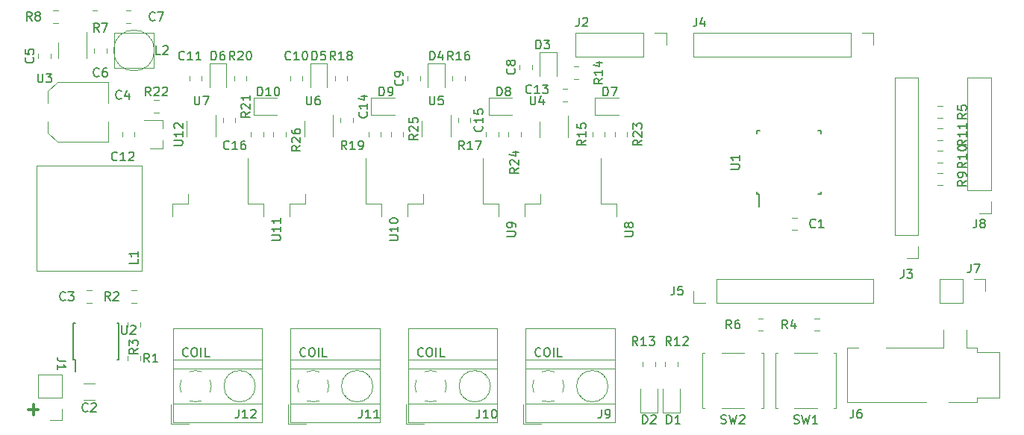
<source format=gbr>
G04 #@! TF.GenerationSoftware,KiCad,Pcbnew,(5.1.0-rc1-103-gc65c7d3de)*
G04 #@! TF.CreationDate,2019-09-26T12:21:13+02:00
G04 #@! TF.ProjectId,pinballControlUnit,70696e62-616c-46c4-936f-6e74726f6c55,2*
G04 #@! TF.SameCoordinates,Original*
G04 #@! TF.FileFunction,Legend,Top*
G04 #@! TF.FilePolarity,Positive*
%FSLAX46Y46*%
G04 Gerber Fmt 4.6, Leading zero omitted, Abs format (unit mm)*
G04 Created by KiCad (PCBNEW (5.1.0-rc1-103-gc65c7d3de)) date 2019-09-26 12:21:13*
%MOMM*%
%LPD*%
G04 APERTURE LIST*
%ADD10C,0.300000*%
%ADD11C,0.150000*%
%ADD12C,0.120000*%
G04 APERTURE END LIST*
D10*
X17843571Y-108057142D02*
X18986428Y-108057142D01*
X18415000Y-108628571D02*
X18415000Y-107485714D01*
D11*
X35972857Y-101957142D02*
X35925238Y-102004761D01*
X35782380Y-102052380D01*
X35687142Y-102052380D01*
X35544285Y-102004761D01*
X35449047Y-101909523D01*
X35401428Y-101814285D01*
X35353809Y-101623809D01*
X35353809Y-101480952D01*
X35401428Y-101290476D01*
X35449047Y-101195238D01*
X35544285Y-101100000D01*
X35687142Y-101052380D01*
X35782380Y-101052380D01*
X35925238Y-101100000D01*
X35972857Y-101147619D01*
X36591904Y-101052380D02*
X36782380Y-101052380D01*
X36877619Y-101100000D01*
X36972857Y-101195238D01*
X37020476Y-101385714D01*
X37020476Y-101719047D01*
X36972857Y-101909523D01*
X36877619Y-102004761D01*
X36782380Y-102052380D01*
X36591904Y-102052380D01*
X36496666Y-102004761D01*
X36401428Y-101909523D01*
X36353809Y-101719047D01*
X36353809Y-101385714D01*
X36401428Y-101195238D01*
X36496666Y-101100000D01*
X36591904Y-101052380D01*
X37449047Y-102052380D02*
X37449047Y-101052380D01*
X38401428Y-102052380D02*
X37925238Y-102052380D01*
X37925238Y-101052380D01*
X75977857Y-101957142D02*
X75930238Y-102004761D01*
X75787380Y-102052380D01*
X75692142Y-102052380D01*
X75549285Y-102004761D01*
X75454047Y-101909523D01*
X75406428Y-101814285D01*
X75358809Y-101623809D01*
X75358809Y-101480952D01*
X75406428Y-101290476D01*
X75454047Y-101195238D01*
X75549285Y-101100000D01*
X75692142Y-101052380D01*
X75787380Y-101052380D01*
X75930238Y-101100000D01*
X75977857Y-101147619D01*
X76596904Y-101052380D02*
X76787380Y-101052380D01*
X76882619Y-101100000D01*
X76977857Y-101195238D01*
X77025476Y-101385714D01*
X77025476Y-101719047D01*
X76977857Y-101909523D01*
X76882619Y-102004761D01*
X76787380Y-102052380D01*
X76596904Y-102052380D01*
X76501666Y-102004761D01*
X76406428Y-101909523D01*
X76358809Y-101719047D01*
X76358809Y-101385714D01*
X76406428Y-101195238D01*
X76501666Y-101100000D01*
X76596904Y-101052380D01*
X77454047Y-102052380D02*
X77454047Y-101052380D01*
X78406428Y-102052380D02*
X77930238Y-102052380D01*
X77930238Y-101052380D01*
X62642857Y-101957142D02*
X62595238Y-102004761D01*
X62452380Y-102052380D01*
X62357142Y-102052380D01*
X62214285Y-102004761D01*
X62119047Y-101909523D01*
X62071428Y-101814285D01*
X62023809Y-101623809D01*
X62023809Y-101480952D01*
X62071428Y-101290476D01*
X62119047Y-101195238D01*
X62214285Y-101100000D01*
X62357142Y-101052380D01*
X62452380Y-101052380D01*
X62595238Y-101100000D01*
X62642857Y-101147619D01*
X63261904Y-101052380D02*
X63452380Y-101052380D01*
X63547619Y-101100000D01*
X63642857Y-101195238D01*
X63690476Y-101385714D01*
X63690476Y-101719047D01*
X63642857Y-101909523D01*
X63547619Y-102004761D01*
X63452380Y-102052380D01*
X63261904Y-102052380D01*
X63166666Y-102004761D01*
X63071428Y-101909523D01*
X63023809Y-101719047D01*
X63023809Y-101385714D01*
X63071428Y-101195238D01*
X63166666Y-101100000D01*
X63261904Y-101052380D01*
X64119047Y-102052380D02*
X64119047Y-101052380D01*
X65071428Y-102052380D02*
X64595238Y-102052380D01*
X64595238Y-101052380D01*
X49307857Y-101957142D02*
X49260238Y-102004761D01*
X49117380Y-102052380D01*
X49022142Y-102052380D01*
X48879285Y-102004761D01*
X48784047Y-101909523D01*
X48736428Y-101814285D01*
X48688809Y-101623809D01*
X48688809Y-101480952D01*
X48736428Y-101290476D01*
X48784047Y-101195238D01*
X48879285Y-101100000D01*
X49022142Y-101052380D01*
X49117380Y-101052380D01*
X49260238Y-101100000D01*
X49307857Y-101147619D01*
X49926904Y-101052380D02*
X50117380Y-101052380D01*
X50212619Y-101100000D01*
X50307857Y-101195238D01*
X50355476Y-101385714D01*
X50355476Y-101719047D01*
X50307857Y-101909523D01*
X50212619Y-102004761D01*
X50117380Y-102052380D01*
X49926904Y-102052380D01*
X49831666Y-102004761D01*
X49736428Y-101909523D01*
X49688809Y-101719047D01*
X49688809Y-101385714D01*
X49736428Y-101195238D01*
X49831666Y-101100000D01*
X49926904Y-101052380D01*
X50784047Y-102052380D02*
X50784047Y-101052380D01*
X51736428Y-102052380D02*
X51260238Y-102052380D01*
X51260238Y-101052380D01*
D12*
X32162533Y-67310000D02*
G75*
G03X32162533Y-67310000I-2317533J0D01*
G01*
X32095000Y-69310000D02*
X32095000Y-65310000D01*
X27595000Y-65310000D02*
X27595000Y-69310000D01*
X27595000Y-65310000D02*
X32095000Y-65310000D01*
X27595000Y-69310000D02*
X32095000Y-69310000D01*
X18765000Y-92360000D02*
X18765000Y-80360000D01*
X30765000Y-92360000D02*
X18765000Y-92360000D01*
X30765000Y-80360000D02*
X30765000Y-92360000D01*
X18765000Y-80360000D02*
X30765000Y-80360000D01*
X56440000Y-77093578D02*
X56440000Y-76576422D01*
X57860000Y-77093578D02*
X57860000Y-76576422D01*
X44525000Y-77093578D02*
X44525000Y-76576422D01*
X43105000Y-77093578D02*
X43105000Y-76576422D01*
X71195000Y-77093578D02*
X71195000Y-76576422D01*
X69775000Y-77093578D02*
X69775000Y-76576422D01*
X79080000Y-77180000D02*
X79080000Y-74730000D01*
X75860000Y-75380000D02*
X75860000Y-77180000D01*
X29135000Y-102493578D02*
X29135000Y-101976422D01*
X30555000Y-102493578D02*
X30555000Y-101976422D01*
X89845000Y-105680000D02*
X89845000Y-108365000D01*
X89845000Y-108365000D02*
X91765000Y-108365000D01*
X91765000Y-108365000D02*
X91765000Y-105680000D01*
X44570000Y-86180000D02*
X44570000Y-84680000D01*
X44570000Y-84680000D02*
X42760000Y-84680000D01*
X42760000Y-84680000D02*
X42760000Y-79555000D01*
X34170000Y-86180000D02*
X34170000Y-84680000D01*
X34170000Y-84680000D02*
X35980000Y-84680000D01*
X35980000Y-84680000D02*
X35980000Y-83580000D01*
X24506422Y-94540000D02*
X25023578Y-94540000D01*
X24506422Y-95960000D02*
X25023578Y-95960000D01*
X49190000Y-75300000D02*
X49190000Y-77100000D01*
X52410000Y-77100000D02*
X52410000Y-74650000D01*
X113725000Y-65345000D02*
X113725000Y-66675000D01*
X112395000Y-65345000D02*
X113725000Y-65345000D01*
X111125000Y-65345000D02*
X111125000Y-68005000D01*
X111125000Y-68005000D02*
X93285000Y-68005000D01*
X111125000Y-65345000D02*
X93285000Y-65345000D01*
X93285000Y-65345000D02*
X93285000Y-68005000D01*
X89225000Y-108365000D02*
X89225000Y-105680000D01*
X87305000Y-108365000D02*
X89225000Y-108365000D01*
X87305000Y-105680000D02*
X87305000Y-108365000D01*
X107345000Y-107925000D02*
X104745000Y-107925000D01*
X102595000Y-101625000D02*
X102845000Y-101625000D01*
X102595000Y-107925000D02*
X102595000Y-101625000D01*
X102845000Y-107925000D02*
X102595000Y-107925000D01*
X104745000Y-101625000D02*
X107345000Y-101625000D01*
X109495000Y-107925000D02*
X109245000Y-107925000D01*
X109495000Y-101625000D02*
X109495000Y-107925000D01*
X109245000Y-101625000D02*
X109495000Y-101625000D01*
D11*
X100515000Y-83635000D02*
X100740000Y-83635000D01*
X100515000Y-76385000D02*
X100840000Y-76385000D01*
X107765000Y-76385000D02*
X107440000Y-76385000D01*
X107765000Y-83635000D02*
X107440000Y-83635000D01*
X100515000Y-83635000D02*
X100515000Y-83310000D01*
X107765000Y-83635000D02*
X107765000Y-83310000D01*
X107765000Y-76385000D02*
X107765000Y-76710000D01*
X100515000Y-76385000D02*
X100515000Y-76710000D01*
X100740000Y-83635000D02*
X100740000Y-85060000D01*
D12*
X93285000Y-95945000D02*
X93285000Y-94615000D01*
X94615000Y-95945000D02*
X93285000Y-95945000D01*
X95885000Y-95945000D02*
X95885000Y-93285000D01*
X95885000Y-93285000D02*
X113725000Y-93285000D01*
X95885000Y-95945000D02*
X113725000Y-95945000D01*
X113725000Y-95945000D02*
X113725000Y-93285000D01*
X126425000Y-93285000D02*
X126425000Y-94615000D01*
X125095000Y-93285000D02*
X126425000Y-93285000D01*
X123825000Y-93285000D02*
X123825000Y-95945000D01*
X123825000Y-95945000D02*
X121225000Y-95945000D01*
X123825000Y-93285000D02*
X121225000Y-93285000D01*
X121225000Y-93285000D02*
X121225000Y-95945000D01*
X127060000Y-85785000D02*
X125730000Y-85785000D01*
X127060000Y-84455000D02*
X127060000Y-85785000D01*
X127060000Y-83185000D02*
X124400000Y-83185000D01*
X124400000Y-83185000D02*
X124400000Y-70425000D01*
X127060000Y-83185000D02*
X127060000Y-70425000D01*
X127060000Y-70425000D02*
X124400000Y-70425000D01*
X118805000Y-90865000D02*
X117475000Y-90865000D01*
X118805000Y-89535000D02*
X118805000Y-90865000D01*
X118805000Y-88265000D02*
X116145000Y-88265000D01*
X116145000Y-88265000D02*
X116145000Y-70425000D01*
X118805000Y-88265000D02*
X118805000Y-70425000D01*
X118805000Y-70425000D02*
X116145000Y-70425000D01*
X21650000Y-109280000D02*
X20320000Y-109280000D01*
X21650000Y-107950000D02*
X21650000Y-109280000D01*
X21650000Y-106680000D02*
X18990000Y-106680000D01*
X18990000Y-106680000D02*
X18990000Y-104080000D01*
X21650000Y-106680000D02*
X21650000Y-104080000D01*
X21650000Y-104080000D02*
X18990000Y-104080000D01*
X99090000Y-107925000D02*
X96490000Y-107925000D01*
X94340000Y-101625000D02*
X94590000Y-101625000D01*
X94340000Y-107925000D02*
X94340000Y-101625000D01*
X94590000Y-107925000D02*
X94340000Y-107925000D01*
X96490000Y-101625000D02*
X99090000Y-101625000D01*
X101240000Y-107925000D02*
X100990000Y-107925000D01*
X101240000Y-101625000D02*
X101240000Y-107925000D01*
X100990000Y-101625000D02*
X101240000Y-101625000D01*
X121543578Y-81205000D02*
X121026422Y-81205000D01*
X121543578Y-82625000D02*
X121026422Y-82625000D01*
X121543578Y-73585000D02*
X121026422Y-73585000D01*
X121543578Y-75005000D02*
X121026422Y-75005000D01*
X29135000Y-98166422D02*
X29135000Y-98683578D01*
X30555000Y-98166422D02*
X30555000Y-98683578D01*
X30103578Y-94540000D02*
X29586422Y-94540000D01*
X30103578Y-95960000D02*
X29586422Y-95960000D01*
X21213578Y-62790000D02*
X20696422Y-62790000D01*
X21213578Y-64210000D02*
X20696422Y-64210000D01*
X25658578Y-62790000D02*
X25141422Y-62790000D01*
X25658578Y-64210000D02*
X25141422Y-64210000D01*
X101193578Y-97715000D02*
X100676422Y-97715000D01*
X101193578Y-99135000D02*
X100676422Y-99135000D01*
X107056422Y-99135000D02*
X107573578Y-99135000D01*
X107056422Y-97715000D02*
X107573578Y-97715000D01*
X121680000Y-101040000D02*
X121680000Y-99040000D01*
X124280000Y-101040000D02*
X124280000Y-99040000D01*
X115180000Y-101040000D02*
X121680000Y-101040000D01*
X110780000Y-101040000D02*
X111980000Y-101040000D01*
X110780000Y-107240000D02*
X110780000Y-101040000D01*
X119680000Y-107240000D02*
X110780000Y-107240000D01*
X125480000Y-107240000D02*
X122280000Y-107240000D01*
X125480000Y-106740000D02*
X125480000Y-107240000D01*
X127980000Y-106740000D02*
X125480000Y-106740000D01*
X127980000Y-101540000D02*
X127980000Y-106740000D01*
X125480000Y-101540000D02*
X127980000Y-101540000D01*
X125480000Y-101040000D02*
X125480000Y-101540000D01*
X124280000Y-101040000D02*
X125480000Y-101040000D01*
X104516422Y-87705000D02*
X105033578Y-87705000D01*
X104516422Y-86285000D02*
X105033578Y-86285000D01*
X77530501Y-107048499D02*
G75*
G02X76835000Y-107190000I-695501J1638499D01*
G01*
X78474205Y-104714484D02*
G75*
G02X78474000Y-106106000I-1639205J-695516D01*
G01*
X76139484Y-103770795D02*
G75*
G02X77531000Y-103771000I695516J-1639205D01*
G01*
X75195795Y-106105516D02*
G75*
G02X75196000Y-104714000I1639205J695516D01*
G01*
X76865814Y-107190389D02*
G75*
G02X76139000Y-107049000I-30814J1780389D01*
G01*
X83615000Y-105410000D02*
G75*
G03X83615000Y-105410000I-1780000J0D01*
G01*
X74275000Y-107410000D02*
X84395000Y-107410000D01*
X74275000Y-103410000D02*
X84395000Y-103410000D01*
X74275000Y-102410000D02*
X84395000Y-102410000D01*
X74275000Y-98850000D02*
X84395000Y-98850000D01*
X74275000Y-109470000D02*
X84395000Y-109470000D01*
X74275000Y-98850000D02*
X74275000Y-109470000D01*
X84395000Y-98850000D02*
X84395000Y-109470000D01*
X83185000Y-104277000D02*
X83136000Y-104327000D01*
X80727000Y-106735000D02*
X80703000Y-106760000D01*
X82968000Y-104060000D02*
X82943000Y-104084000D01*
X80535000Y-106493000D02*
X80485000Y-106543000D01*
X74035000Y-107470000D02*
X74035000Y-109710000D01*
X74035000Y-109710000D02*
X76035000Y-109710000D01*
X121543578Y-80085000D02*
X121026422Y-80085000D01*
X121543578Y-78665000D02*
X121026422Y-78665000D01*
X79950000Y-65345000D02*
X79950000Y-68005000D01*
X87630000Y-65345000D02*
X79950000Y-65345000D01*
X87630000Y-68005000D02*
X79950000Y-68005000D01*
X87630000Y-65345000D02*
X87630000Y-68005000D01*
X88900000Y-65345000D02*
X90230000Y-65345000D01*
X90230000Y-65345000D02*
X90230000Y-66675000D01*
X64195501Y-107048499D02*
G75*
G02X63500000Y-107190000I-695501J1638499D01*
G01*
X65139205Y-104714484D02*
G75*
G02X65139000Y-106106000I-1639205J-695516D01*
G01*
X62804484Y-103770795D02*
G75*
G02X64196000Y-103771000I695516J-1639205D01*
G01*
X61860795Y-106105516D02*
G75*
G02X61861000Y-104714000I1639205J695516D01*
G01*
X63530814Y-107190389D02*
G75*
G02X62804000Y-107049000I-30814J1780389D01*
G01*
X70280000Y-105410000D02*
G75*
G03X70280000Y-105410000I-1780000J0D01*
G01*
X60940000Y-107410000D02*
X71060000Y-107410000D01*
X60940000Y-103410000D02*
X71060000Y-103410000D01*
X60940000Y-102410000D02*
X71060000Y-102410000D01*
X60940000Y-98850000D02*
X71060000Y-98850000D01*
X60940000Y-109470000D02*
X71060000Y-109470000D01*
X60940000Y-98850000D02*
X60940000Y-109470000D01*
X71060000Y-98850000D02*
X71060000Y-109470000D01*
X69850000Y-104277000D02*
X69801000Y-104327000D01*
X67392000Y-106735000D02*
X67368000Y-106760000D01*
X69633000Y-104060000D02*
X69608000Y-104084000D01*
X67200000Y-106493000D02*
X67150000Y-106543000D01*
X60700000Y-107470000D02*
X60700000Y-109710000D01*
X60700000Y-109710000D02*
X62700000Y-109710000D01*
X47365000Y-109710000D02*
X49365000Y-109710000D01*
X47365000Y-107470000D02*
X47365000Y-109710000D01*
X53865000Y-106493000D02*
X53815000Y-106543000D01*
X56298000Y-104060000D02*
X56273000Y-104084000D01*
X54057000Y-106735000D02*
X54033000Y-106760000D01*
X56515000Y-104277000D02*
X56466000Y-104327000D01*
X57725000Y-98850000D02*
X57725000Y-109470000D01*
X47605000Y-98850000D02*
X47605000Y-109470000D01*
X47605000Y-109470000D02*
X57725000Y-109470000D01*
X47605000Y-98850000D02*
X57725000Y-98850000D01*
X47605000Y-102410000D02*
X57725000Y-102410000D01*
X47605000Y-103410000D02*
X57725000Y-103410000D01*
X47605000Y-107410000D02*
X57725000Y-107410000D01*
X56945000Y-105410000D02*
G75*
G03X56945000Y-105410000I-1780000J0D01*
G01*
X50195814Y-107190389D02*
G75*
G02X49469000Y-107049000I-30814J1780389D01*
G01*
X48525795Y-106105516D02*
G75*
G02X48526000Y-104714000I1639205J695516D01*
G01*
X49469484Y-103770795D02*
G75*
G02X50861000Y-103771000I695516J-1639205D01*
G01*
X51804205Y-104714484D02*
G75*
G02X51804000Y-106106000I-1639205J-695516D01*
G01*
X50860501Y-107048499D02*
G75*
G02X50165000Y-107190000I-695501J1638499D01*
G01*
X37525501Y-107048499D02*
G75*
G02X36830000Y-107190000I-695501J1638499D01*
G01*
X38469205Y-104714484D02*
G75*
G02X38469000Y-106106000I-1639205J-695516D01*
G01*
X36134484Y-103770795D02*
G75*
G02X37526000Y-103771000I695516J-1639205D01*
G01*
X35190795Y-106105516D02*
G75*
G02X35191000Y-104714000I1639205J695516D01*
G01*
X36860814Y-107190389D02*
G75*
G02X36134000Y-107049000I-30814J1780389D01*
G01*
X43610000Y-105410000D02*
G75*
G03X43610000Y-105410000I-1780000J0D01*
G01*
X34270000Y-107410000D02*
X44390000Y-107410000D01*
X34270000Y-103410000D02*
X44390000Y-103410000D01*
X34270000Y-102410000D02*
X44390000Y-102410000D01*
X34270000Y-98850000D02*
X44390000Y-98850000D01*
X34270000Y-109470000D02*
X44390000Y-109470000D01*
X34270000Y-98850000D02*
X34270000Y-109470000D01*
X44390000Y-98850000D02*
X44390000Y-109470000D01*
X43180000Y-104277000D02*
X43131000Y-104327000D01*
X40722000Y-106735000D02*
X40698000Y-106760000D01*
X42963000Y-104060000D02*
X42938000Y-104084000D01*
X40530000Y-106493000D02*
X40480000Y-106543000D01*
X34030000Y-107470000D02*
X34030000Y-109710000D01*
X34030000Y-109710000D02*
X36030000Y-109710000D01*
X121543578Y-76125000D02*
X121026422Y-76125000D01*
X121543578Y-77545000D02*
X121026422Y-77545000D01*
X90095000Y-102611422D02*
X90095000Y-103128578D01*
X91515000Y-102611422D02*
X91515000Y-103128578D01*
X88975000Y-102611422D02*
X88975000Y-103128578D01*
X87555000Y-102611422D02*
X87555000Y-103128578D01*
X81840000Y-77093578D02*
X81840000Y-76576422D01*
X83260000Y-77093578D02*
X83260000Y-76576422D01*
X20395000Y-68203578D02*
X20395000Y-67686422D01*
X18975000Y-68203578D02*
X18975000Y-67686422D01*
X26745000Y-67051422D02*
X26745000Y-67568578D01*
X25325000Y-67051422D02*
X25325000Y-67568578D01*
X28951422Y-62790000D02*
X29468578Y-62790000D01*
X28951422Y-64210000D02*
X29468578Y-64210000D01*
D11*
X22965000Y-102437500D02*
X23165000Y-102437500D01*
X22965000Y-98287500D02*
X23165000Y-98287500D01*
X28115000Y-98287500D02*
X27915000Y-98287500D01*
X28115000Y-102437500D02*
X27915000Y-102437500D01*
X22965000Y-102437500D02*
X22965000Y-98287500D01*
X28115000Y-102437500D02*
X28115000Y-98287500D01*
X23165000Y-102437500D02*
X23165000Y-103737500D01*
D12*
X21250000Y-66410000D02*
X21250000Y-68210000D01*
X24470000Y-68210000D02*
X24470000Y-65260000D01*
X62525000Y-75300000D02*
X62525000Y-77100000D01*
X65745000Y-77100000D02*
X65745000Y-74650000D01*
X39075000Y-77100000D02*
X39075000Y-74650000D01*
X35855000Y-75300000D02*
X35855000Y-77100000D01*
X84575000Y-86180000D02*
X84575000Y-84680000D01*
X84575000Y-84680000D02*
X82765000Y-84680000D01*
X82765000Y-84680000D02*
X82765000Y-79555000D01*
X74175000Y-86180000D02*
X74175000Y-84680000D01*
X74175000Y-84680000D02*
X75985000Y-84680000D01*
X75985000Y-84680000D02*
X75985000Y-83580000D01*
X62650000Y-84680000D02*
X62650000Y-83580000D01*
X60840000Y-84680000D02*
X62650000Y-84680000D01*
X60840000Y-86180000D02*
X60840000Y-84680000D01*
X69430000Y-84680000D02*
X69430000Y-79555000D01*
X71240000Y-84680000D02*
X69430000Y-84680000D01*
X71240000Y-86180000D02*
X71240000Y-84680000D01*
X49315000Y-84680000D02*
X49315000Y-83580000D01*
X47505000Y-84680000D02*
X49315000Y-84680000D01*
X47505000Y-86180000D02*
X47505000Y-84680000D01*
X56095000Y-84680000D02*
X56095000Y-79555000D01*
X57905000Y-84680000D02*
X56095000Y-84680000D01*
X57905000Y-86180000D02*
X57905000Y-84680000D01*
X75005000Y-69473578D02*
X75005000Y-68956422D01*
X73585000Y-69473578D02*
X73585000Y-68956422D01*
X60885000Y-70743578D02*
X60885000Y-70226422D01*
X62305000Y-70743578D02*
X62305000Y-70226422D01*
X48970000Y-70743578D02*
X48970000Y-70226422D01*
X47550000Y-70743578D02*
X47550000Y-70226422D01*
X36120000Y-70743578D02*
X36120000Y-70226422D01*
X37540000Y-70743578D02*
X37540000Y-70226422D01*
X77795000Y-70215000D02*
X77795000Y-67530000D01*
X77795000Y-67530000D02*
X75875000Y-67530000D01*
X75875000Y-67530000D02*
X75875000Y-70215000D01*
X63175000Y-68800000D02*
X63175000Y-71485000D01*
X65095000Y-68800000D02*
X63175000Y-68800000D01*
X65095000Y-71485000D02*
X65095000Y-68800000D01*
X51760000Y-71485000D02*
X51760000Y-68800000D01*
X51760000Y-68800000D02*
X49840000Y-68800000D01*
X49840000Y-68800000D02*
X49840000Y-71485000D01*
X38410000Y-68800000D02*
X38410000Y-71485000D01*
X40330000Y-68800000D02*
X38410000Y-68800000D01*
X40330000Y-71485000D02*
X40330000Y-68800000D01*
X79751422Y-70560000D02*
X80268578Y-70560000D01*
X79751422Y-69140000D02*
X80268578Y-69140000D01*
X52630000Y-70743578D02*
X52630000Y-70226422D01*
X54050000Y-70743578D02*
X54050000Y-70226422D01*
X65965000Y-70743578D02*
X65965000Y-70226422D01*
X67385000Y-70743578D02*
X67385000Y-70226422D01*
X42620000Y-70743578D02*
X42620000Y-70226422D01*
X41200000Y-70743578D02*
X41200000Y-70226422D01*
X25367064Y-106955000D02*
X24162936Y-106955000D01*
X25367064Y-105135000D02*
X24162936Y-105135000D01*
X26905000Y-77705000D02*
X26905000Y-75355000D01*
X26905000Y-70885000D02*
X26905000Y-73235000D01*
X21149437Y-70885000D02*
X26905000Y-70885000D01*
X21149437Y-77705000D02*
X26905000Y-77705000D01*
X20085000Y-76640563D02*
X20085000Y-75355000D01*
X20085000Y-71949437D02*
X20085000Y-73235000D01*
X20085000Y-71949437D02*
X21149437Y-70885000D01*
X20085000Y-76640563D02*
X21149437Y-77705000D01*
X29920000Y-76576422D02*
X29920000Y-77093578D01*
X28500000Y-76576422D02*
X28500000Y-77093578D01*
X78998578Y-73100000D02*
X78481422Y-73100000D01*
X78998578Y-71680000D02*
X78481422Y-71680000D01*
X53265000Y-74973922D02*
X53265000Y-75491078D01*
X54685000Y-74973922D02*
X54685000Y-75491078D01*
X68020000Y-74973922D02*
X68020000Y-75491078D01*
X66600000Y-74973922D02*
X66600000Y-75491078D01*
X39930000Y-74973922D02*
X39930000Y-75491078D01*
X41350000Y-74973922D02*
X41350000Y-75491078D01*
X32126422Y-72950000D02*
X32643578Y-72950000D01*
X32126422Y-74370000D02*
X32643578Y-74370000D01*
X33145000Y-78415000D02*
X33145000Y-77485000D01*
X33145000Y-75255000D02*
X33145000Y-76185000D01*
X33145000Y-75255000D02*
X30985000Y-75255000D01*
X33145000Y-78415000D02*
X31685000Y-78415000D01*
X82135000Y-74620000D02*
X84820000Y-74620000D01*
X82135000Y-72700000D02*
X82135000Y-74620000D01*
X84820000Y-72700000D02*
X82135000Y-72700000D01*
X72755000Y-72700000D02*
X70070000Y-72700000D01*
X70070000Y-72700000D02*
X70070000Y-74620000D01*
X70070000Y-74620000D02*
X72755000Y-74620000D01*
X56735000Y-74620000D02*
X59420000Y-74620000D01*
X56735000Y-72700000D02*
X56735000Y-74620000D01*
X59420000Y-72700000D02*
X56735000Y-72700000D01*
X46085000Y-72700000D02*
X43400000Y-72700000D01*
X43400000Y-72700000D02*
X43400000Y-74620000D01*
X43400000Y-74620000D02*
X46085000Y-74620000D01*
X84380000Y-77093578D02*
X84380000Y-76576422D01*
X85800000Y-77093578D02*
X85800000Y-76576422D01*
X73735000Y-77093578D02*
X73735000Y-76576422D01*
X72315000Y-77093578D02*
X72315000Y-76576422D01*
X58980000Y-77093578D02*
X58980000Y-76576422D01*
X60400000Y-77093578D02*
X60400000Y-76576422D01*
X47065000Y-77093578D02*
X47065000Y-76576422D01*
X45645000Y-77093578D02*
X45645000Y-76576422D01*
D11*
X32853333Y-67762380D02*
X32377142Y-67762380D01*
X32377142Y-66762380D01*
X33139047Y-66857619D02*
X33186666Y-66810000D01*
X33281904Y-66762380D01*
X33520000Y-66762380D01*
X33615238Y-66810000D01*
X33662857Y-66857619D01*
X33710476Y-66952857D01*
X33710476Y-67048095D01*
X33662857Y-67190952D01*
X33091428Y-67762380D01*
X33710476Y-67762380D01*
X30297380Y-90971666D02*
X30297380Y-91447857D01*
X29297380Y-91447857D01*
X30297380Y-90114523D02*
X30297380Y-90685952D01*
X30297380Y-90400238D02*
X29297380Y-90400238D01*
X29440238Y-90495476D01*
X29535476Y-90590714D01*
X29583095Y-90685952D01*
X53967142Y-78557380D02*
X53633809Y-78081190D01*
X53395714Y-78557380D02*
X53395714Y-77557380D01*
X53776666Y-77557380D01*
X53871904Y-77605000D01*
X53919523Y-77652619D01*
X53967142Y-77747857D01*
X53967142Y-77890714D01*
X53919523Y-77985952D01*
X53871904Y-78033571D01*
X53776666Y-78081190D01*
X53395714Y-78081190D01*
X54919523Y-78557380D02*
X54348095Y-78557380D01*
X54633809Y-78557380D02*
X54633809Y-77557380D01*
X54538571Y-77700238D01*
X54443333Y-77795476D01*
X54348095Y-77843095D01*
X55395714Y-78557380D02*
X55586190Y-78557380D01*
X55681428Y-78509761D01*
X55729047Y-78462142D01*
X55824285Y-78319285D01*
X55871904Y-78128809D01*
X55871904Y-77747857D01*
X55824285Y-77652619D01*
X55776666Y-77605000D01*
X55681428Y-77557380D01*
X55490952Y-77557380D01*
X55395714Y-77605000D01*
X55348095Y-77652619D01*
X55300476Y-77747857D01*
X55300476Y-77985952D01*
X55348095Y-78081190D01*
X55395714Y-78128809D01*
X55490952Y-78176428D01*
X55681428Y-78176428D01*
X55776666Y-78128809D01*
X55824285Y-78081190D01*
X55871904Y-77985952D01*
X42997380Y-74302857D02*
X42521190Y-74636190D01*
X42997380Y-74874285D02*
X41997380Y-74874285D01*
X41997380Y-74493333D01*
X42045000Y-74398095D01*
X42092619Y-74350476D01*
X42187857Y-74302857D01*
X42330714Y-74302857D01*
X42425952Y-74350476D01*
X42473571Y-74398095D01*
X42521190Y-74493333D01*
X42521190Y-74874285D01*
X42092619Y-73921904D02*
X42045000Y-73874285D01*
X41997380Y-73779047D01*
X41997380Y-73540952D01*
X42045000Y-73445714D01*
X42092619Y-73398095D01*
X42187857Y-73350476D01*
X42283095Y-73350476D01*
X42425952Y-73398095D01*
X42997380Y-73969523D01*
X42997380Y-73350476D01*
X42997380Y-72398095D02*
X42997380Y-72969523D01*
X42997380Y-72683809D02*
X41997380Y-72683809D01*
X42140238Y-72779047D01*
X42235476Y-72874285D01*
X42283095Y-72969523D01*
X67302142Y-78557380D02*
X66968809Y-78081190D01*
X66730714Y-78557380D02*
X66730714Y-77557380D01*
X67111666Y-77557380D01*
X67206904Y-77605000D01*
X67254523Y-77652619D01*
X67302142Y-77747857D01*
X67302142Y-77890714D01*
X67254523Y-77985952D01*
X67206904Y-78033571D01*
X67111666Y-78081190D01*
X66730714Y-78081190D01*
X68254523Y-78557380D02*
X67683095Y-78557380D01*
X67968809Y-78557380D02*
X67968809Y-77557380D01*
X67873571Y-77700238D01*
X67778333Y-77795476D01*
X67683095Y-77843095D01*
X68587857Y-77557380D02*
X69254523Y-77557380D01*
X68825952Y-78557380D01*
X74803095Y-72477380D02*
X74803095Y-73286904D01*
X74850714Y-73382142D01*
X74898333Y-73429761D01*
X74993571Y-73477380D01*
X75184047Y-73477380D01*
X75279285Y-73429761D01*
X75326904Y-73382142D01*
X75374523Y-73286904D01*
X75374523Y-72477380D01*
X76279285Y-72810714D02*
X76279285Y-73477380D01*
X76041190Y-72429761D02*
X75803095Y-73144047D01*
X76422142Y-73144047D01*
X31583333Y-102687380D02*
X31250000Y-102211190D01*
X31011904Y-102687380D02*
X31011904Y-101687380D01*
X31392857Y-101687380D01*
X31488095Y-101735000D01*
X31535714Y-101782619D01*
X31583333Y-101877857D01*
X31583333Y-102020714D01*
X31535714Y-102115952D01*
X31488095Y-102163571D01*
X31392857Y-102211190D01*
X31011904Y-102211190D01*
X32535714Y-102687380D02*
X31964285Y-102687380D01*
X32250000Y-102687380D02*
X32250000Y-101687380D01*
X32154761Y-101830238D01*
X32059523Y-101925476D01*
X31964285Y-101973095D01*
X90286904Y-109672380D02*
X90286904Y-108672380D01*
X90525000Y-108672380D01*
X90667857Y-108720000D01*
X90763095Y-108815238D01*
X90810714Y-108910476D01*
X90858333Y-109100952D01*
X90858333Y-109243809D01*
X90810714Y-109434285D01*
X90763095Y-109529523D01*
X90667857Y-109624761D01*
X90525000Y-109672380D01*
X90286904Y-109672380D01*
X91810714Y-109672380D02*
X91239285Y-109672380D01*
X91525000Y-109672380D02*
X91525000Y-108672380D01*
X91429761Y-108815238D01*
X91334523Y-108910476D01*
X91239285Y-108958095D01*
X45472380Y-88868095D02*
X46281904Y-88868095D01*
X46377142Y-88820476D01*
X46424761Y-88772857D01*
X46472380Y-88677619D01*
X46472380Y-88487142D01*
X46424761Y-88391904D01*
X46377142Y-88344285D01*
X46281904Y-88296666D01*
X45472380Y-88296666D01*
X46472380Y-87296666D02*
X46472380Y-87868095D01*
X46472380Y-87582380D02*
X45472380Y-87582380D01*
X45615238Y-87677619D01*
X45710476Y-87772857D01*
X45758095Y-87868095D01*
X46472380Y-86344285D02*
X46472380Y-86915714D01*
X46472380Y-86630000D02*
X45472380Y-86630000D01*
X45615238Y-86725238D01*
X45710476Y-86820476D01*
X45758095Y-86915714D01*
X22058333Y-95607142D02*
X22010714Y-95654761D01*
X21867857Y-95702380D01*
X21772619Y-95702380D01*
X21629761Y-95654761D01*
X21534523Y-95559523D01*
X21486904Y-95464285D01*
X21439285Y-95273809D01*
X21439285Y-95130952D01*
X21486904Y-94940476D01*
X21534523Y-94845238D01*
X21629761Y-94750000D01*
X21772619Y-94702380D01*
X21867857Y-94702380D01*
X22010714Y-94750000D01*
X22058333Y-94797619D01*
X22391666Y-94702380D02*
X23010714Y-94702380D01*
X22677380Y-95083333D01*
X22820238Y-95083333D01*
X22915476Y-95130952D01*
X22963095Y-95178571D01*
X23010714Y-95273809D01*
X23010714Y-95511904D01*
X22963095Y-95607142D01*
X22915476Y-95654761D01*
X22820238Y-95702380D01*
X22534523Y-95702380D01*
X22439285Y-95654761D01*
X22391666Y-95607142D01*
X49403095Y-72477380D02*
X49403095Y-73286904D01*
X49450714Y-73382142D01*
X49498333Y-73429761D01*
X49593571Y-73477380D01*
X49784047Y-73477380D01*
X49879285Y-73429761D01*
X49926904Y-73382142D01*
X49974523Y-73286904D01*
X49974523Y-72477380D01*
X50879285Y-72477380D02*
X50688809Y-72477380D01*
X50593571Y-72525000D01*
X50545952Y-72572619D01*
X50450714Y-72715476D01*
X50403095Y-72905952D01*
X50403095Y-73286904D01*
X50450714Y-73382142D01*
X50498333Y-73429761D01*
X50593571Y-73477380D01*
X50784047Y-73477380D01*
X50879285Y-73429761D01*
X50926904Y-73382142D01*
X50974523Y-73286904D01*
X50974523Y-73048809D01*
X50926904Y-72953571D01*
X50879285Y-72905952D01*
X50784047Y-72858333D01*
X50593571Y-72858333D01*
X50498333Y-72905952D01*
X50450714Y-72953571D01*
X50403095Y-73048809D01*
X93646666Y-63587380D02*
X93646666Y-64301666D01*
X93599047Y-64444523D01*
X93503809Y-64539761D01*
X93360952Y-64587380D01*
X93265714Y-64587380D01*
X94551428Y-63920714D02*
X94551428Y-64587380D01*
X94313333Y-63539761D02*
X94075238Y-64254047D01*
X94694285Y-64254047D01*
X87526904Y-109672380D02*
X87526904Y-108672380D01*
X87765000Y-108672380D01*
X87907857Y-108720000D01*
X88003095Y-108815238D01*
X88050714Y-108910476D01*
X88098333Y-109100952D01*
X88098333Y-109243809D01*
X88050714Y-109434285D01*
X88003095Y-109529523D01*
X87907857Y-109624761D01*
X87765000Y-109672380D01*
X87526904Y-109672380D01*
X88479285Y-108767619D02*
X88526904Y-108720000D01*
X88622142Y-108672380D01*
X88860238Y-108672380D01*
X88955476Y-108720000D01*
X89003095Y-108767619D01*
X89050714Y-108862857D01*
X89050714Y-108958095D01*
X89003095Y-109100952D01*
X88431666Y-109672380D01*
X89050714Y-109672380D01*
X104711666Y-109624761D02*
X104854523Y-109672380D01*
X105092619Y-109672380D01*
X105187857Y-109624761D01*
X105235476Y-109577142D01*
X105283095Y-109481904D01*
X105283095Y-109386666D01*
X105235476Y-109291428D01*
X105187857Y-109243809D01*
X105092619Y-109196190D01*
X104902142Y-109148571D01*
X104806904Y-109100952D01*
X104759285Y-109053333D01*
X104711666Y-108958095D01*
X104711666Y-108862857D01*
X104759285Y-108767619D01*
X104806904Y-108720000D01*
X104902142Y-108672380D01*
X105140238Y-108672380D01*
X105283095Y-108720000D01*
X105616428Y-108672380D02*
X105854523Y-109672380D01*
X106045000Y-108958095D01*
X106235476Y-109672380D01*
X106473571Y-108672380D01*
X107378333Y-109672380D02*
X106806904Y-109672380D01*
X107092619Y-109672380D02*
X107092619Y-108672380D01*
X106997380Y-108815238D01*
X106902142Y-108910476D01*
X106806904Y-108958095D01*
X97542380Y-80771904D02*
X98351904Y-80771904D01*
X98447142Y-80724285D01*
X98494761Y-80676666D01*
X98542380Y-80581428D01*
X98542380Y-80390952D01*
X98494761Y-80295714D01*
X98447142Y-80248095D01*
X98351904Y-80200476D01*
X97542380Y-80200476D01*
X98542380Y-79200476D02*
X98542380Y-79771904D01*
X98542380Y-79486190D02*
X97542380Y-79486190D01*
X97685238Y-79581428D01*
X97780476Y-79676666D01*
X97828095Y-79771904D01*
X91106666Y-94067380D02*
X91106666Y-94781666D01*
X91059047Y-94924523D01*
X90963809Y-95019761D01*
X90820952Y-95067380D01*
X90725714Y-95067380D01*
X92059047Y-94067380D02*
X91582857Y-94067380D01*
X91535238Y-94543571D01*
X91582857Y-94495952D01*
X91678095Y-94448333D01*
X91916190Y-94448333D01*
X92011428Y-94495952D01*
X92059047Y-94543571D01*
X92106666Y-94638809D01*
X92106666Y-94876904D01*
X92059047Y-94972142D01*
X92011428Y-95019761D01*
X91916190Y-95067380D01*
X91678095Y-95067380D01*
X91582857Y-95019761D01*
X91535238Y-94972142D01*
X124761666Y-91527380D02*
X124761666Y-92241666D01*
X124714047Y-92384523D01*
X124618809Y-92479761D01*
X124475952Y-92527380D01*
X124380714Y-92527380D01*
X125142619Y-91527380D02*
X125809285Y-91527380D01*
X125380714Y-92527380D01*
X125396666Y-86447380D02*
X125396666Y-87161666D01*
X125349047Y-87304523D01*
X125253809Y-87399761D01*
X125110952Y-87447380D01*
X125015714Y-87447380D01*
X126015714Y-86875952D02*
X125920476Y-86828333D01*
X125872857Y-86780714D01*
X125825238Y-86685476D01*
X125825238Y-86637857D01*
X125872857Y-86542619D01*
X125920476Y-86495000D01*
X126015714Y-86447380D01*
X126206190Y-86447380D01*
X126301428Y-86495000D01*
X126349047Y-86542619D01*
X126396666Y-86637857D01*
X126396666Y-86685476D01*
X126349047Y-86780714D01*
X126301428Y-86828333D01*
X126206190Y-86875952D01*
X126015714Y-86875952D01*
X125920476Y-86923571D01*
X125872857Y-86971190D01*
X125825238Y-87066428D01*
X125825238Y-87256904D01*
X125872857Y-87352142D01*
X125920476Y-87399761D01*
X126015714Y-87447380D01*
X126206190Y-87447380D01*
X126301428Y-87399761D01*
X126349047Y-87352142D01*
X126396666Y-87256904D01*
X126396666Y-87066428D01*
X126349047Y-86971190D01*
X126301428Y-86923571D01*
X126206190Y-86875952D01*
X117141666Y-92162380D02*
X117141666Y-92876666D01*
X117094047Y-93019523D01*
X116998809Y-93114761D01*
X116855952Y-93162380D01*
X116760714Y-93162380D01*
X117522619Y-92162380D02*
X118141666Y-92162380D01*
X117808333Y-92543333D01*
X117951190Y-92543333D01*
X118046428Y-92590952D01*
X118094047Y-92638571D01*
X118141666Y-92733809D01*
X118141666Y-92971904D01*
X118094047Y-93067142D01*
X118046428Y-93114761D01*
X117951190Y-93162380D01*
X117665476Y-93162380D01*
X117570238Y-93114761D01*
X117522619Y-93067142D01*
X22137619Y-102536666D02*
X21423333Y-102536666D01*
X21280476Y-102489047D01*
X21185238Y-102393809D01*
X21137619Y-102250952D01*
X21137619Y-102155714D01*
X21137619Y-103536666D02*
X21137619Y-102965238D01*
X21137619Y-103250952D02*
X22137619Y-103250952D01*
X21994761Y-103155714D01*
X21899523Y-103060476D01*
X21851904Y-102965238D01*
X96456666Y-109624761D02*
X96599523Y-109672380D01*
X96837619Y-109672380D01*
X96932857Y-109624761D01*
X96980476Y-109577142D01*
X97028095Y-109481904D01*
X97028095Y-109386666D01*
X96980476Y-109291428D01*
X96932857Y-109243809D01*
X96837619Y-109196190D01*
X96647142Y-109148571D01*
X96551904Y-109100952D01*
X96504285Y-109053333D01*
X96456666Y-108958095D01*
X96456666Y-108862857D01*
X96504285Y-108767619D01*
X96551904Y-108720000D01*
X96647142Y-108672380D01*
X96885238Y-108672380D01*
X97028095Y-108720000D01*
X97361428Y-108672380D02*
X97599523Y-109672380D01*
X97790000Y-108958095D01*
X97980476Y-109672380D01*
X98218571Y-108672380D01*
X98551904Y-108767619D02*
X98599523Y-108720000D01*
X98694761Y-108672380D01*
X98932857Y-108672380D01*
X99028095Y-108720000D01*
X99075714Y-108767619D01*
X99123333Y-108862857D01*
X99123333Y-108958095D01*
X99075714Y-109100952D01*
X98504285Y-109672380D01*
X99123333Y-109672380D01*
X124277380Y-82081666D02*
X123801190Y-82415000D01*
X124277380Y-82653095D02*
X123277380Y-82653095D01*
X123277380Y-82272142D01*
X123325000Y-82176904D01*
X123372619Y-82129285D01*
X123467857Y-82081666D01*
X123610714Y-82081666D01*
X123705952Y-82129285D01*
X123753571Y-82176904D01*
X123801190Y-82272142D01*
X123801190Y-82653095D01*
X124277380Y-81605476D02*
X124277380Y-81415000D01*
X124229761Y-81319761D01*
X124182142Y-81272142D01*
X124039285Y-81176904D01*
X123848809Y-81129285D01*
X123467857Y-81129285D01*
X123372619Y-81176904D01*
X123325000Y-81224523D01*
X123277380Y-81319761D01*
X123277380Y-81510238D01*
X123325000Y-81605476D01*
X123372619Y-81653095D01*
X123467857Y-81700714D01*
X123705952Y-81700714D01*
X123801190Y-81653095D01*
X123848809Y-81605476D01*
X123896428Y-81510238D01*
X123896428Y-81319761D01*
X123848809Y-81224523D01*
X123801190Y-81176904D01*
X123705952Y-81129285D01*
X124277380Y-74461666D02*
X123801190Y-74795000D01*
X124277380Y-75033095D02*
X123277380Y-75033095D01*
X123277380Y-74652142D01*
X123325000Y-74556904D01*
X123372619Y-74509285D01*
X123467857Y-74461666D01*
X123610714Y-74461666D01*
X123705952Y-74509285D01*
X123753571Y-74556904D01*
X123801190Y-74652142D01*
X123801190Y-75033095D01*
X123277380Y-73556904D02*
X123277380Y-74033095D01*
X123753571Y-74080714D01*
X123705952Y-74033095D01*
X123658333Y-73937857D01*
X123658333Y-73699761D01*
X123705952Y-73604523D01*
X123753571Y-73556904D01*
X123848809Y-73509285D01*
X124086904Y-73509285D01*
X124182142Y-73556904D01*
X124229761Y-73604523D01*
X124277380Y-73699761D01*
X124277380Y-73937857D01*
X124229761Y-74033095D01*
X124182142Y-74080714D01*
X30297380Y-101131666D02*
X29821190Y-101465000D01*
X30297380Y-101703095D02*
X29297380Y-101703095D01*
X29297380Y-101322142D01*
X29345000Y-101226904D01*
X29392619Y-101179285D01*
X29487857Y-101131666D01*
X29630714Y-101131666D01*
X29725952Y-101179285D01*
X29773571Y-101226904D01*
X29821190Y-101322142D01*
X29821190Y-101703095D01*
X29297380Y-100798333D02*
X29297380Y-100179285D01*
X29678333Y-100512619D01*
X29678333Y-100369761D01*
X29725952Y-100274523D01*
X29773571Y-100226904D01*
X29868809Y-100179285D01*
X30106904Y-100179285D01*
X30202142Y-100226904D01*
X30249761Y-100274523D01*
X30297380Y-100369761D01*
X30297380Y-100655476D01*
X30249761Y-100750714D01*
X30202142Y-100798333D01*
X27138333Y-95702380D02*
X26805000Y-95226190D01*
X26566904Y-95702380D02*
X26566904Y-94702380D01*
X26947857Y-94702380D01*
X27043095Y-94750000D01*
X27090714Y-94797619D01*
X27138333Y-94892857D01*
X27138333Y-95035714D01*
X27090714Y-95130952D01*
X27043095Y-95178571D01*
X26947857Y-95226190D01*
X26566904Y-95226190D01*
X27519285Y-94797619D02*
X27566904Y-94750000D01*
X27662142Y-94702380D01*
X27900238Y-94702380D01*
X27995476Y-94750000D01*
X28043095Y-94797619D01*
X28090714Y-94892857D01*
X28090714Y-94988095D01*
X28043095Y-95130952D01*
X27471666Y-95702380D01*
X28090714Y-95702380D01*
X18248333Y-63952380D02*
X17915000Y-63476190D01*
X17676904Y-63952380D02*
X17676904Y-62952380D01*
X18057857Y-62952380D01*
X18153095Y-63000000D01*
X18200714Y-63047619D01*
X18248333Y-63142857D01*
X18248333Y-63285714D01*
X18200714Y-63380952D01*
X18153095Y-63428571D01*
X18057857Y-63476190D01*
X17676904Y-63476190D01*
X18819761Y-63380952D02*
X18724523Y-63333333D01*
X18676904Y-63285714D01*
X18629285Y-63190476D01*
X18629285Y-63142857D01*
X18676904Y-63047619D01*
X18724523Y-63000000D01*
X18819761Y-62952380D01*
X19010238Y-62952380D01*
X19105476Y-63000000D01*
X19153095Y-63047619D01*
X19200714Y-63142857D01*
X19200714Y-63190476D01*
X19153095Y-63285714D01*
X19105476Y-63333333D01*
X19010238Y-63380952D01*
X18819761Y-63380952D01*
X18724523Y-63428571D01*
X18676904Y-63476190D01*
X18629285Y-63571428D01*
X18629285Y-63761904D01*
X18676904Y-63857142D01*
X18724523Y-63904761D01*
X18819761Y-63952380D01*
X19010238Y-63952380D01*
X19105476Y-63904761D01*
X19153095Y-63857142D01*
X19200714Y-63761904D01*
X19200714Y-63571428D01*
X19153095Y-63476190D01*
X19105476Y-63428571D01*
X19010238Y-63380952D01*
X25868333Y-65222380D02*
X25535000Y-64746190D01*
X25296904Y-65222380D02*
X25296904Y-64222380D01*
X25677857Y-64222380D01*
X25773095Y-64270000D01*
X25820714Y-64317619D01*
X25868333Y-64412857D01*
X25868333Y-64555714D01*
X25820714Y-64650952D01*
X25773095Y-64698571D01*
X25677857Y-64746190D01*
X25296904Y-64746190D01*
X26201666Y-64222380D02*
X26868333Y-64222380D01*
X26439761Y-65222380D01*
X97623333Y-98877380D02*
X97290000Y-98401190D01*
X97051904Y-98877380D02*
X97051904Y-97877380D01*
X97432857Y-97877380D01*
X97528095Y-97925000D01*
X97575714Y-97972619D01*
X97623333Y-98067857D01*
X97623333Y-98210714D01*
X97575714Y-98305952D01*
X97528095Y-98353571D01*
X97432857Y-98401190D01*
X97051904Y-98401190D01*
X98480476Y-97877380D02*
X98290000Y-97877380D01*
X98194761Y-97925000D01*
X98147142Y-97972619D01*
X98051904Y-98115476D01*
X98004285Y-98305952D01*
X98004285Y-98686904D01*
X98051904Y-98782142D01*
X98099523Y-98829761D01*
X98194761Y-98877380D01*
X98385238Y-98877380D01*
X98480476Y-98829761D01*
X98528095Y-98782142D01*
X98575714Y-98686904D01*
X98575714Y-98448809D01*
X98528095Y-98353571D01*
X98480476Y-98305952D01*
X98385238Y-98258333D01*
X98194761Y-98258333D01*
X98099523Y-98305952D01*
X98051904Y-98353571D01*
X98004285Y-98448809D01*
X103973333Y-98877380D02*
X103640000Y-98401190D01*
X103401904Y-98877380D02*
X103401904Y-97877380D01*
X103782857Y-97877380D01*
X103878095Y-97925000D01*
X103925714Y-97972619D01*
X103973333Y-98067857D01*
X103973333Y-98210714D01*
X103925714Y-98305952D01*
X103878095Y-98353571D01*
X103782857Y-98401190D01*
X103401904Y-98401190D01*
X104830476Y-98210714D02*
X104830476Y-98877380D01*
X104592380Y-97829761D02*
X104354285Y-98544047D01*
X104973333Y-98544047D01*
X111426666Y-108037380D02*
X111426666Y-108751666D01*
X111379047Y-108894523D01*
X111283809Y-108989761D01*
X111140952Y-109037380D01*
X111045714Y-109037380D01*
X112331428Y-108037380D02*
X112140952Y-108037380D01*
X112045714Y-108085000D01*
X111998095Y-108132619D01*
X111902857Y-108275476D01*
X111855238Y-108465952D01*
X111855238Y-108846904D01*
X111902857Y-108942142D01*
X111950476Y-108989761D01*
X112045714Y-109037380D01*
X112236190Y-109037380D01*
X112331428Y-108989761D01*
X112379047Y-108942142D01*
X112426666Y-108846904D01*
X112426666Y-108608809D01*
X112379047Y-108513571D01*
X112331428Y-108465952D01*
X112236190Y-108418333D01*
X112045714Y-108418333D01*
X111950476Y-108465952D01*
X111902857Y-108513571D01*
X111855238Y-108608809D01*
X107148333Y-87352142D02*
X107100714Y-87399761D01*
X106957857Y-87447380D01*
X106862619Y-87447380D01*
X106719761Y-87399761D01*
X106624523Y-87304523D01*
X106576904Y-87209285D01*
X106529285Y-87018809D01*
X106529285Y-86875952D01*
X106576904Y-86685476D01*
X106624523Y-86590238D01*
X106719761Y-86495000D01*
X106862619Y-86447380D01*
X106957857Y-86447380D01*
X107100714Y-86495000D01*
X107148333Y-86542619D01*
X108100714Y-87447380D02*
X107529285Y-87447380D01*
X107815000Y-87447380D02*
X107815000Y-86447380D01*
X107719761Y-86590238D01*
X107624523Y-86685476D01*
X107529285Y-86733095D01*
X82851666Y-108037380D02*
X82851666Y-108751666D01*
X82804047Y-108894523D01*
X82708809Y-108989761D01*
X82565952Y-109037380D01*
X82470714Y-109037380D01*
X83375476Y-109037380D02*
X83565952Y-109037380D01*
X83661190Y-108989761D01*
X83708809Y-108942142D01*
X83804047Y-108799285D01*
X83851666Y-108608809D01*
X83851666Y-108227857D01*
X83804047Y-108132619D01*
X83756428Y-108085000D01*
X83661190Y-108037380D01*
X83470714Y-108037380D01*
X83375476Y-108085000D01*
X83327857Y-108132619D01*
X83280238Y-108227857D01*
X83280238Y-108465952D01*
X83327857Y-108561190D01*
X83375476Y-108608809D01*
X83470714Y-108656428D01*
X83661190Y-108656428D01*
X83756428Y-108608809D01*
X83804047Y-108561190D01*
X83851666Y-108465952D01*
X124277380Y-80017857D02*
X123801190Y-80351190D01*
X124277380Y-80589285D02*
X123277380Y-80589285D01*
X123277380Y-80208333D01*
X123325000Y-80113095D01*
X123372619Y-80065476D01*
X123467857Y-80017857D01*
X123610714Y-80017857D01*
X123705952Y-80065476D01*
X123753571Y-80113095D01*
X123801190Y-80208333D01*
X123801190Y-80589285D01*
X124277380Y-79065476D02*
X124277380Y-79636904D01*
X124277380Y-79351190D02*
X123277380Y-79351190D01*
X123420238Y-79446428D01*
X123515476Y-79541666D01*
X123563095Y-79636904D01*
X123277380Y-78446428D02*
X123277380Y-78351190D01*
X123325000Y-78255952D01*
X123372619Y-78208333D01*
X123467857Y-78160714D01*
X123658333Y-78113095D01*
X123896428Y-78113095D01*
X124086904Y-78160714D01*
X124182142Y-78208333D01*
X124229761Y-78255952D01*
X124277380Y-78351190D01*
X124277380Y-78446428D01*
X124229761Y-78541666D01*
X124182142Y-78589285D01*
X124086904Y-78636904D01*
X123896428Y-78684523D01*
X123658333Y-78684523D01*
X123467857Y-78636904D01*
X123372619Y-78589285D01*
X123325000Y-78541666D01*
X123277380Y-78446428D01*
X80311666Y-63587380D02*
X80311666Y-64301666D01*
X80264047Y-64444523D01*
X80168809Y-64539761D01*
X80025952Y-64587380D01*
X79930714Y-64587380D01*
X80740238Y-63682619D02*
X80787857Y-63635000D01*
X80883095Y-63587380D01*
X81121190Y-63587380D01*
X81216428Y-63635000D01*
X81264047Y-63682619D01*
X81311666Y-63777857D01*
X81311666Y-63873095D01*
X81264047Y-64015952D01*
X80692619Y-64587380D01*
X81311666Y-64587380D01*
X69040476Y-108037380D02*
X69040476Y-108751666D01*
X68992857Y-108894523D01*
X68897619Y-108989761D01*
X68754761Y-109037380D01*
X68659523Y-109037380D01*
X70040476Y-109037380D02*
X69469047Y-109037380D01*
X69754761Y-109037380D02*
X69754761Y-108037380D01*
X69659523Y-108180238D01*
X69564285Y-108275476D01*
X69469047Y-108323095D01*
X70659523Y-108037380D02*
X70754761Y-108037380D01*
X70850000Y-108085000D01*
X70897619Y-108132619D01*
X70945238Y-108227857D01*
X70992857Y-108418333D01*
X70992857Y-108656428D01*
X70945238Y-108846904D01*
X70897619Y-108942142D01*
X70850000Y-108989761D01*
X70754761Y-109037380D01*
X70659523Y-109037380D01*
X70564285Y-108989761D01*
X70516666Y-108942142D01*
X70469047Y-108846904D01*
X70421428Y-108656428D01*
X70421428Y-108418333D01*
X70469047Y-108227857D01*
X70516666Y-108132619D01*
X70564285Y-108085000D01*
X70659523Y-108037380D01*
X55705476Y-108037380D02*
X55705476Y-108751666D01*
X55657857Y-108894523D01*
X55562619Y-108989761D01*
X55419761Y-109037380D01*
X55324523Y-109037380D01*
X56705476Y-109037380D02*
X56134047Y-109037380D01*
X56419761Y-109037380D02*
X56419761Y-108037380D01*
X56324523Y-108180238D01*
X56229285Y-108275476D01*
X56134047Y-108323095D01*
X57657857Y-109037380D02*
X57086428Y-109037380D01*
X57372142Y-109037380D02*
X57372142Y-108037380D01*
X57276904Y-108180238D01*
X57181666Y-108275476D01*
X57086428Y-108323095D01*
X41735476Y-108037380D02*
X41735476Y-108751666D01*
X41687857Y-108894523D01*
X41592619Y-108989761D01*
X41449761Y-109037380D01*
X41354523Y-109037380D01*
X42735476Y-109037380D02*
X42164047Y-109037380D01*
X42449761Y-109037380D02*
X42449761Y-108037380D01*
X42354523Y-108180238D01*
X42259285Y-108275476D01*
X42164047Y-108323095D01*
X43116428Y-108132619D02*
X43164047Y-108085000D01*
X43259285Y-108037380D01*
X43497380Y-108037380D01*
X43592619Y-108085000D01*
X43640238Y-108132619D01*
X43687857Y-108227857D01*
X43687857Y-108323095D01*
X43640238Y-108465952D01*
X43068809Y-109037380D01*
X43687857Y-109037380D01*
X124277380Y-77477857D02*
X123801190Y-77811190D01*
X124277380Y-78049285D02*
X123277380Y-78049285D01*
X123277380Y-77668333D01*
X123325000Y-77573095D01*
X123372619Y-77525476D01*
X123467857Y-77477857D01*
X123610714Y-77477857D01*
X123705952Y-77525476D01*
X123753571Y-77573095D01*
X123801190Y-77668333D01*
X123801190Y-78049285D01*
X124277380Y-76525476D02*
X124277380Y-77096904D01*
X124277380Y-76811190D02*
X123277380Y-76811190D01*
X123420238Y-76906428D01*
X123515476Y-77001666D01*
X123563095Y-77096904D01*
X124277380Y-75573095D02*
X124277380Y-76144523D01*
X124277380Y-75858809D02*
X123277380Y-75858809D01*
X123420238Y-75954047D01*
X123515476Y-76049285D01*
X123563095Y-76144523D01*
X90797142Y-100782380D02*
X90463809Y-100306190D01*
X90225714Y-100782380D02*
X90225714Y-99782380D01*
X90606666Y-99782380D01*
X90701904Y-99830000D01*
X90749523Y-99877619D01*
X90797142Y-99972857D01*
X90797142Y-100115714D01*
X90749523Y-100210952D01*
X90701904Y-100258571D01*
X90606666Y-100306190D01*
X90225714Y-100306190D01*
X91749523Y-100782380D02*
X91178095Y-100782380D01*
X91463809Y-100782380D02*
X91463809Y-99782380D01*
X91368571Y-99925238D01*
X91273333Y-100020476D01*
X91178095Y-100068095D01*
X92130476Y-99877619D02*
X92178095Y-99830000D01*
X92273333Y-99782380D01*
X92511428Y-99782380D01*
X92606666Y-99830000D01*
X92654285Y-99877619D01*
X92701904Y-99972857D01*
X92701904Y-100068095D01*
X92654285Y-100210952D01*
X92082857Y-100782380D01*
X92701904Y-100782380D01*
X86987142Y-100782380D02*
X86653809Y-100306190D01*
X86415714Y-100782380D02*
X86415714Y-99782380D01*
X86796666Y-99782380D01*
X86891904Y-99830000D01*
X86939523Y-99877619D01*
X86987142Y-99972857D01*
X86987142Y-100115714D01*
X86939523Y-100210952D01*
X86891904Y-100258571D01*
X86796666Y-100306190D01*
X86415714Y-100306190D01*
X87939523Y-100782380D02*
X87368095Y-100782380D01*
X87653809Y-100782380D02*
X87653809Y-99782380D01*
X87558571Y-99925238D01*
X87463333Y-100020476D01*
X87368095Y-100068095D01*
X88272857Y-99782380D02*
X88891904Y-99782380D01*
X88558571Y-100163333D01*
X88701428Y-100163333D01*
X88796666Y-100210952D01*
X88844285Y-100258571D01*
X88891904Y-100353809D01*
X88891904Y-100591904D01*
X88844285Y-100687142D01*
X88796666Y-100734761D01*
X88701428Y-100782380D01*
X88415714Y-100782380D01*
X88320476Y-100734761D01*
X88272857Y-100687142D01*
X81097380Y-77477857D02*
X80621190Y-77811190D01*
X81097380Y-78049285D02*
X80097380Y-78049285D01*
X80097380Y-77668333D01*
X80145000Y-77573095D01*
X80192619Y-77525476D01*
X80287857Y-77477857D01*
X80430714Y-77477857D01*
X80525952Y-77525476D01*
X80573571Y-77573095D01*
X80621190Y-77668333D01*
X80621190Y-78049285D01*
X81097380Y-76525476D02*
X81097380Y-77096904D01*
X81097380Y-76811190D02*
X80097380Y-76811190D01*
X80240238Y-76906428D01*
X80335476Y-77001666D01*
X80383095Y-77096904D01*
X80097380Y-75620714D02*
X80097380Y-76096904D01*
X80573571Y-76144523D01*
X80525952Y-76096904D01*
X80478333Y-76001666D01*
X80478333Y-75763571D01*
X80525952Y-75668333D01*
X80573571Y-75620714D01*
X80668809Y-75573095D01*
X80906904Y-75573095D01*
X81002142Y-75620714D01*
X81049761Y-75668333D01*
X81097380Y-75763571D01*
X81097380Y-76001666D01*
X81049761Y-76096904D01*
X81002142Y-76144523D01*
X18392142Y-68111666D02*
X18439761Y-68159285D01*
X18487380Y-68302142D01*
X18487380Y-68397380D01*
X18439761Y-68540238D01*
X18344523Y-68635476D01*
X18249285Y-68683095D01*
X18058809Y-68730714D01*
X17915952Y-68730714D01*
X17725476Y-68683095D01*
X17630238Y-68635476D01*
X17535000Y-68540238D01*
X17487380Y-68397380D01*
X17487380Y-68302142D01*
X17535000Y-68159285D01*
X17582619Y-68111666D01*
X17487380Y-67206904D02*
X17487380Y-67683095D01*
X17963571Y-67730714D01*
X17915952Y-67683095D01*
X17868333Y-67587857D01*
X17868333Y-67349761D01*
X17915952Y-67254523D01*
X17963571Y-67206904D01*
X18058809Y-67159285D01*
X18296904Y-67159285D01*
X18392142Y-67206904D01*
X18439761Y-67254523D01*
X18487380Y-67349761D01*
X18487380Y-67587857D01*
X18439761Y-67683095D01*
X18392142Y-67730714D01*
X25868333Y-70207142D02*
X25820714Y-70254761D01*
X25677857Y-70302380D01*
X25582619Y-70302380D01*
X25439761Y-70254761D01*
X25344523Y-70159523D01*
X25296904Y-70064285D01*
X25249285Y-69873809D01*
X25249285Y-69730952D01*
X25296904Y-69540476D01*
X25344523Y-69445238D01*
X25439761Y-69350000D01*
X25582619Y-69302380D01*
X25677857Y-69302380D01*
X25820714Y-69350000D01*
X25868333Y-69397619D01*
X26725476Y-69302380D02*
X26535000Y-69302380D01*
X26439761Y-69350000D01*
X26392142Y-69397619D01*
X26296904Y-69540476D01*
X26249285Y-69730952D01*
X26249285Y-70111904D01*
X26296904Y-70207142D01*
X26344523Y-70254761D01*
X26439761Y-70302380D01*
X26630238Y-70302380D01*
X26725476Y-70254761D01*
X26773095Y-70207142D01*
X26820714Y-70111904D01*
X26820714Y-69873809D01*
X26773095Y-69778571D01*
X26725476Y-69730952D01*
X26630238Y-69683333D01*
X26439761Y-69683333D01*
X26344523Y-69730952D01*
X26296904Y-69778571D01*
X26249285Y-69873809D01*
X32218333Y-63857142D02*
X32170714Y-63904761D01*
X32027857Y-63952380D01*
X31932619Y-63952380D01*
X31789761Y-63904761D01*
X31694523Y-63809523D01*
X31646904Y-63714285D01*
X31599285Y-63523809D01*
X31599285Y-63380952D01*
X31646904Y-63190476D01*
X31694523Y-63095238D01*
X31789761Y-63000000D01*
X31932619Y-62952380D01*
X32027857Y-62952380D01*
X32170714Y-63000000D01*
X32218333Y-63047619D01*
X32551666Y-62952380D02*
X33218333Y-62952380D01*
X32789761Y-63952380D01*
X28448095Y-98512380D02*
X28448095Y-99321904D01*
X28495714Y-99417142D01*
X28543333Y-99464761D01*
X28638571Y-99512380D01*
X28829047Y-99512380D01*
X28924285Y-99464761D01*
X28971904Y-99417142D01*
X29019523Y-99321904D01*
X29019523Y-98512380D01*
X29448095Y-98607619D02*
X29495714Y-98560000D01*
X29590952Y-98512380D01*
X29829047Y-98512380D01*
X29924285Y-98560000D01*
X29971904Y-98607619D01*
X30019523Y-98702857D01*
X30019523Y-98798095D01*
X29971904Y-98940952D01*
X29400476Y-99512380D01*
X30019523Y-99512380D01*
X18923095Y-69937380D02*
X18923095Y-70746904D01*
X18970714Y-70842142D01*
X19018333Y-70889761D01*
X19113571Y-70937380D01*
X19304047Y-70937380D01*
X19399285Y-70889761D01*
X19446904Y-70842142D01*
X19494523Y-70746904D01*
X19494523Y-69937380D01*
X19875476Y-69937380D02*
X20494523Y-69937380D01*
X20161190Y-70318333D01*
X20304047Y-70318333D01*
X20399285Y-70365952D01*
X20446904Y-70413571D01*
X20494523Y-70508809D01*
X20494523Y-70746904D01*
X20446904Y-70842142D01*
X20399285Y-70889761D01*
X20304047Y-70937380D01*
X20018333Y-70937380D01*
X19923095Y-70889761D01*
X19875476Y-70842142D01*
X63373095Y-72477380D02*
X63373095Y-73286904D01*
X63420714Y-73382142D01*
X63468333Y-73429761D01*
X63563571Y-73477380D01*
X63754047Y-73477380D01*
X63849285Y-73429761D01*
X63896904Y-73382142D01*
X63944523Y-73286904D01*
X63944523Y-72477380D01*
X64896904Y-72477380D02*
X64420714Y-72477380D01*
X64373095Y-72953571D01*
X64420714Y-72905952D01*
X64515952Y-72858333D01*
X64754047Y-72858333D01*
X64849285Y-72905952D01*
X64896904Y-72953571D01*
X64944523Y-73048809D01*
X64944523Y-73286904D01*
X64896904Y-73382142D01*
X64849285Y-73429761D01*
X64754047Y-73477380D01*
X64515952Y-73477380D01*
X64420714Y-73429761D01*
X64373095Y-73382142D01*
X36703095Y-72477380D02*
X36703095Y-73286904D01*
X36750714Y-73382142D01*
X36798333Y-73429761D01*
X36893571Y-73477380D01*
X37084047Y-73477380D01*
X37179285Y-73429761D01*
X37226904Y-73382142D01*
X37274523Y-73286904D01*
X37274523Y-72477380D01*
X37655476Y-72477380D02*
X38322142Y-72477380D01*
X37893571Y-73477380D01*
X85477380Y-88391904D02*
X86286904Y-88391904D01*
X86382142Y-88344285D01*
X86429761Y-88296666D01*
X86477380Y-88201428D01*
X86477380Y-88010952D01*
X86429761Y-87915714D01*
X86382142Y-87868095D01*
X86286904Y-87820476D01*
X85477380Y-87820476D01*
X85905952Y-87201428D02*
X85858333Y-87296666D01*
X85810714Y-87344285D01*
X85715476Y-87391904D01*
X85667857Y-87391904D01*
X85572619Y-87344285D01*
X85525000Y-87296666D01*
X85477380Y-87201428D01*
X85477380Y-87010952D01*
X85525000Y-86915714D01*
X85572619Y-86868095D01*
X85667857Y-86820476D01*
X85715476Y-86820476D01*
X85810714Y-86868095D01*
X85858333Y-86915714D01*
X85905952Y-87010952D01*
X85905952Y-87201428D01*
X85953571Y-87296666D01*
X86001190Y-87344285D01*
X86096428Y-87391904D01*
X86286904Y-87391904D01*
X86382142Y-87344285D01*
X86429761Y-87296666D01*
X86477380Y-87201428D01*
X86477380Y-87010952D01*
X86429761Y-86915714D01*
X86382142Y-86868095D01*
X86286904Y-86820476D01*
X86096428Y-86820476D01*
X86001190Y-86868095D01*
X85953571Y-86915714D01*
X85905952Y-87010952D01*
X72142380Y-88391904D02*
X72951904Y-88391904D01*
X73047142Y-88344285D01*
X73094761Y-88296666D01*
X73142380Y-88201428D01*
X73142380Y-88010952D01*
X73094761Y-87915714D01*
X73047142Y-87868095D01*
X72951904Y-87820476D01*
X72142380Y-87820476D01*
X73142380Y-87296666D02*
X73142380Y-87106190D01*
X73094761Y-87010952D01*
X73047142Y-86963333D01*
X72904285Y-86868095D01*
X72713809Y-86820476D01*
X72332857Y-86820476D01*
X72237619Y-86868095D01*
X72190000Y-86915714D01*
X72142380Y-87010952D01*
X72142380Y-87201428D01*
X72190000Y-87296666D01*
X72237619Y-87344285D01*
X72332857Y-87391904D01*
X72570952Y-87391904D01*
X72666190Y-87344285D01*
X72713809Y-87296666D01*
X72761428Y-87201428D01*
X72761428Y-87010952D01*
X72713809Y-86915714D01*
X72666190Y-86868095D01*
X72570952Y-86820476D01*
X58807380Y-88868095D02*
X59616904Y-88868095D01*
X59712142Y-88820476D01*
X59759761Y-88772857D01*
X59807380Y-88677619D01*
X59807380Y-88487142D01*
X59759761Y-88391904D01*
X59712142Y-88344285D01*
X59616904Y-88296666D01*
X58807380Y-88296666D01*
X59807380Y-87296666D02*
X59807380Y-87868095D01*
X59807380Y-87582380D02*
X58807380Y-87582380D01*
X58950238Y-87677619D01*
X59045476Y-87772857D01*
X59093095Y-87868095D01*
X58807380Y-86677619D02*
X58807380Y-86582380D01*
X58855000Y-86487142D01*
X58902619Y-86439523D01*
X58997857Y-86391904D01*
X59188333Y-86344285D01*
X59426428Y-86344285D01*
X59616904Y-86391904D01*
X59712142Y-86439523D01*
X59759761Y-86487142D01*
X59807380Y-86582380D01*
X59807380Y-86677619D01*
X59759761Y-86772857D01*
X59712142Y-86820476D01*
X59616904Y-86868095D01*
X59426428Y-86915714D01*
X59188333Y-86915714D01*
X58997857Y-86868095D01*
X58902619Y-86820476D01*
X58855000Y-86772857D01*
X58807380Y-86677619D01*
X73002142Y-69381666D02*
X73049761Y-69429285D01*
X73097380Y-69572142D01*
X73097380Y-69667380D01*
X73049761Y-69810238D01*
X72954523Y-69905476D01*
X72859285Y-69953095D01*
X72668809Y-70000714D01*
X72525952Y-70000714D01*
X72335476Y-69953095D01*
X72240238Y-69905476D01*
X72145000Y-69810238D01*
X72097380Y-69667380D01*
X72097380Y-69572142D01*
X72145000Y-69429285D01*
X72192619Y-69381666D01*
X72525952Y-68810238D02*
X72478333Y-68905476D01*
X72430714Y-68953095D01*
X72335476Y-69000714D01*
X72287857Y-69000714D01*
X72192619Y-68953095D01*
X72145000Y-68905476D01*
X72097380Y-68810238D01*
X72097380Y-68619761D01*
X72145000Y-68524523D01*
X72192619Y-68476904D01*
X72287857Y-68429285D01*
X72335476Y-68429285D01*
X72430714Y-68476904D01*
X72478333Y-68524523D01*
X72525952Y-68619761D01*
X72525952Y-68810238D01*
X72573571Y-68905476D01*
X72621190Y-68953095D01*
X72716428Y-69000714D01*
X72906904Y-69000714D01*
X73002142Y-68953095D01*
X73049761Y-68905476D01*
X73097380Y-68810238D01*
X73097380Y-68619761D01*
X73049761Y-68524523D01*
X73002142Y-68476904D01*
X72906904Y-68429285D01*
X72716428Y-68429285D01*
X72621190Y-68476904D01*
X72573571Y-68524523D01*
X72525952Y-68619761D01*
X60302142Y-70651666D02*
X60349761Y-70699285D01*
X60397380Y-70842142D01*
X60397380Y-70937380D01*
X60349761Y-71080238D01*
X60254523Y-71175476D01*
X60159285Y-71223095D01*
X59968809Y-71270714D01*
X59825952Y-71270714D01*
X59635476Y-71223095D01*
X59540238Y-71175476D01*
X59445000Y-71080238D01*
X59397380Y-70937380D01*
X59397380Y-70842142D01*
X59445000Y-70699285D01*
X59492619Y-70651666D01*
X60397380Y-70175476D02*
X60397380Y-69985000D01*
X60349761Y-69889761D01*
X60302142Y-69842142D01*
X60159285Y-69746904D01*
X59968809Y-69699285D01*
X59587857Y-69699285D01*
X59492619Y-69746904D01*
X59445000Y-69794523D01*
X59397380Y-69889761D01*
X59397380Y-70080238D01*
X59445000Y-70175476D01*
X59492619Y-70223095D01*
X59587857Y-70270714D01*
X59825952Y-70270714D01*
X59921190Y-70223095D01*
X59968809Y-70175476D01*
X60016428Y-70080238D01*
X60016428Y-69889761D01*
X59968809Y-69794523D01*
X59921190Y-69746904D01*
X59825952Y-69699285D01*
X47617142Y-68302142D02*
X47569523Y-68349761D01*
X47426666Y-68397380D01*
X47331428Y-68397380D01*
X47188571Y-68349761D01*
X47093333Y-68254523D01*
X47045714Y-68159285D01*
X46998095Y-67968809D01*
X46998095Y-67825952D01*
X47045714Y-67635476D01*
X47093333Y-67540238D01*
X47188571Y-67445000D01*
X47331428Y-67397380D01*
X47426666Y-67397380D01*
X47569523Y-67445000D01*
X47617142Y-67492619D01*
X48569523Y-68397380D02*
X47998095Y-68397380D01*
X48283809Y-68397380D02*
X48283809Y-67397380D01*
X48188571Y-67540238D01*
X48093333Y-67635476D01*
X47998095Y-67683095D01*
X49188571Y-67397380D02*
X49283809Y-67397380D01*
X49379047Y-67445000D01*
X49426666Y-67492619D01*
X49474285Y-67587857D01*
X49521904Y-67778333D01*
X49521904Y-68016428D01*
X49474285Y-68206904D01*
X49426666Y-68302142D01*
X49379047Y-68349761D01*
X49283809Y-68397380D01*
X49188571Y-68397380D01*
X49093333Y-68349761D01*
X49045714Y-68302142D01*
X48998095Y-68206904D01*
X48950476Y-68016428D01*
X48950476Y-67778333D01*
X48998095Y-67587857D01*
X49045714Y-67492619D01*
X49093333Y-67445000D01*
X49188571Y-67397380D01*
X35552142Y-68302142D02*
X35504523Y-68349761D01*
X35361666Y-68397380D01*
X35266428Y-68397380D01*
X35123571Y-68349761D01*
X35028333Y-68254523D01*
X34980714Y-68159285D01*
X34933095Y-67968809D01*
X34933095Y-67825952D01*
X34980714Y-67635476D01*
X35028333Y-67540238D01*
X35123571Y-67445000D01*
X35266428Y-67397380D01*
X35361666Y-67397380D01*
X35504523Y-67445000D01*
X35552142Y-67492619D01*
X36504523Y-68397380D02*
X35933095Y-68397380D01*
X36218809Y-68397380D02*
X36218809Y-67397380D01*
X36123571Y-67540238D01*
X36028333Y-67635476D01*
X35933095Y-67683095D01*
X37456904Y-68397380D02*
X36885476Y-68397380D01*
X37171190Y-68397380D02*
X37171190Y-67397380D01*
X37075952Y-67540238D01*
X36980714Y-67635476D01*
X36885476Y-67683095D01*
X75461904Y-67127380D02*
X75461904Y-66127380D01*
X75700000Y-66127380D01*
X75842857Y-66175000D01*
X75938095Y-66270238D01*
X75985714Y-66365476D01*
X76033333Y-66555952D01*
X76033333Y-66698809D01*
X75985714Y-66889285D01*
X75938095Y-66984523D01*
X75842857Y-67079761D01*
X75700000Y-67127380D01*
X75461904Y-67127380D01*
X76366666Y-66127380D02*
X76985714Y-66127380D01*
X76652380Y-66508333D01*
X76795238Y-66508333D01*
X76890476Y-66555952D01*
X76938095Y-66603571D01*
X76985714Y-66698809D01*
X76985714Y-66936904D01*
X76938095Y-67032142D01*
X76890476Y-67079761D01*
X76795238Y-67127380D01*
X76509523Y-67127380D01*
X76414285Y-67079761D01*
X76366666Y-67032142D01*
X63396904Y-68397380D02*
X63396904Y-67397380D01*
X63635000Y-67397380D01*
X63777857Y-67445000D01*
X63873095Y-67540238D01*
X63920714Y-67635476D01*
X63968333Y-67825952D01*
X63968333Y-67968809D01*
X63920714Y-68159285D01*
X63873095Y-68254523D01*
X63777857Y-68349761D01*
X63635000Y-68397380D01*
X63396904Y-68397380D01*
X64825476Y-67730714D02*
X64825476Y-68397380D01*
X64587380Y-67349761D02*
X64349285Y-68064047D01*
X64968333Y-68064047D01*
X50061904Y-68397380D02*
X50061904Y-67397380D01*
X50300000Y-67397380D01*
X50442857Y-67445000D01*
X50538095Y-67540238D01*
X50585714Y-67635476D01*
X50633333Y-67825952D01*
X50633333Y-67968809D01*
X50585714Y-68159285D01*
X50538095Y-68254523D01*
X50442857Y-68349761D01*
X50300000Y-68397380D01*
X50061904Y-68397380D01*
X51538095Y-67397380D02*
X51061904Y-67397380D01*
X51014285Y-67873571D01*
X51061904Y-67825952D01*
X51157142Y-67778333D01*
X51395238Y-67778333D01*
X51490476Y-67825952D01*
X51538095Y-67873571D01*
X51585714Y-67968809D01*
X51585714Y-68206904D01*
X51538095Y-68302142D01*
X51490476Y-68349761D01*
X51395238Y-68397380D01*
X51157142Y-68397380D01*
X51061904Y-68349761D01*
X51014285Y-68302142D01*
X38631904Y-68397380D02*
X38631904Y-67397380D01*
X38870000Y-67397380D01*
X39012857Y-67445000D01*
X39108095Y-67540238D01*
X39155714Y-67635476D01*
X39203333Y-67825952D01*
X39203333Y-67968809D01*
X39155714Y-68159285D01*
X39108095Y-68254523D01*
X39012857Y-68349761D01*
X38870000Y-68397380D01*
X38631904Y-68397380D01*
X40060476Y-67397380D02*
X39870000Y-67397380D01*
X39774761Y-67445000D01*
X39727142Y-67492619D01*
X39631904Y-67635476D01*
X39584285Y-67825952D01*
X39584285Y-68206904D01*
X39631904Y-68302142D01*
X39679523Y-68349761D01*
X39774761Y-68397380D01*
X39965238Y-68397380D01*
X40060476Y-68349761D01*
X40108095Y-68302142D01*
X40155714Y-68206904D01*
X40155714Y-67968809D01*
X40108095Y-67873571D01*
X40060476Y-67825952D01*
X39965238Y-67778333D01*
X39774761Y-67778333D01*
X39679523Y-67825952D01*
X39631904Y-67873571D01*
X39584285Y-67968809D01*
X83002380Y-70492857D02*
X82526190Y-70826190D01*
X83002380Y-71064285D02*
X82002380Y-71064285D01*
X82002380Y-70683333D01*
X82050000Y-70588095D01*
X82097619Y-70540476D01*
X82192857Y-70492857D01*
X82335714Y-70492857D01*
X82430952Y-70540476D01*
X82478571Y-70588095D01*
X82526190Y-70683333D01*
X82526190Y-71064285D01*
X83002380Y-69540476D02*
X83002380Y-70111904D01*
X83002380Y-69826190D02*
X82002380Y-69826190D01*
X82145238Y-69921428D01*
X82240476Y-70016666D01*
X82288095Y-70111904D01*
X82335714Y-68683333D02*
X83002380Y-68683333D01*
X81954761Y-68921428D02*
X82669047Y-69159523D01*
X82669047Y-68540476D01*
X52697142Y-68397380D02*
X52363809Y-67921190D01*
X52125714Y-68397380D02*
X52125714Y-67397380D01*
X52506666Y-67397380D01*
X52601904Y-67445000D01*
X52649523Y-67492619D01*
X52697142Y-67587857D01*
X52697142Y-67730714D01*
X52649523Y-67825952D01*
X52601904Y-67873571D01*
X52506666Y-67921190D01*
X52125714Y-67921190D01*
X53649523Y-68397380D02*
X53078095Y-68397380D01*
X53363809Y-68397380D02*
X53363809Y-67397380D01*
X53268571Y-67540238D01*
X53173333Y-67635476D01*
X53078095Y-67683095D01*
X54220952Y-67825952D02*
X54125714Y-67778333D01*
X54078095Y-67730714D01*
X54030476Y-67635476D01*
X54030476Y-67587857D01*
X54078095Y-67492619D01*
X54125714Y-67445000D01*
X54220952Y-67397380D01*
X54411428Y-67397380D01*
X54506666Y-67445000D01*
X54554285Y-67492619D01*
X54601904Y-67587857D01*
X54601904Y-67635476D01*
X54554285Y-67730714D01*
X54506666Y-67778333D01*
X54411428Y-67825952D01*
X54220952Y-67825952D01*
X54125714Y-67873571D01*
X54078095Y-67921190D01*
X54030476Y-68016428D01*
X54030476Y-68206904D01*
X54078095Y-68302142D01*
X54125714Y-68349761D01*
X54220952Y-68397380D01*
X54411428Y-68397380D01*
X54506666Y-68349761D01*
X54554285Y-68302142D01*
X54601904Y-68206904D01*
X54601904Y-68016428D01*
X54554285Y-67921190D01*
X54506666Y-67873571D01*
X54411428Y-67825952D01*
X66032142Y-68397380D02*
X65698809Y-67921190D01*
X65460714Y-68397380D02*
X65460714Y-67397380D01*
X65841666Y-67397380D01*
X65936904Y-67445000D01*
X65984523Y-67492619D01*
X66032142Y-67587857D01*
X66032142Y-67730714D01*
X65984523Y-67825952D01*
X65936904Y-67873571D01*
X65841666Y-67921190D01*
X65460714Y-67921190D01*
X66984523Y-68397380D02*
X66413095Y-68397380D01*
X66698809Y-68397380D02*
X66698809Y-67397380D01*
X66603571Y-67540238D01*
X66508333Y-67635476D01*
X66413095Y-67683095D01*
X67841666Y-67397380D02*
X67651190Y-67397380D01*
X67555952Y-67445000D01*
X67508333Y-67492619D01*
X67413095Y-67635476D01*
X67365476Y-67825952D01*
X67365476Y-68206904D01*
X67413095Y-68302142D01*
X67460714Y-68349761D01*
X67555952Y-68397380D01*
X67746428Y-68397380D01*
X67841666Y-68349761D01*
X67889285Y-68302142D01*
X67936904Y-68206904D01*
X67936904Y-67968809D01*
X67889285Y-67873571D01*
X67841666Y-67825952D01*
X67746428Y-67778333D01*
X67555952Y-67778333D01*
X67460714Y-67825952D01*
X67413095Y-67873571D01*
X67365476Y-67968809D01*
X41267142Y-68397380D02*
X40933809Y-67921190D01*
X40695714Y-68397380D02*
X40695714Y-67397380D01*
X41076666Y-67397380D01*
X41171904Y-67445000D01*
X41219523Y-67492619D01*
X41267142Y-67587857D01*
X41267142Y-67730714D01*
X41219523Y-67825952D01*
X41171904Y-67873571D01*
X41076666Y-67921190D01*
X40695714Y-67921190D01*
X41648095Y-67492619D02*
X41695714Y-67445000D01*
X41790952Y-67397380D01*
X42029047Y-67397380D01*
X42124285Y-67445000D01*
X42171904Y-67492619D01*
X42219523Y-67587857D01*
X42219523Y-67683095D01*
X42171904Y-67825952D01*
X41600476Y-68397380D01*
X42219523Y-68397380D01*
X42838571Y-67397380D02*
X42933809Y-67397380D01*
X43029047Y-67445000D01*
X43076666Y-67492619D01*
X43124285Y-67587857D01*
X43171904Y-67778333D01*
X43171904Y-68016428D01*
X43124285Y-68206904D01*
X43076666Y-68302142D01*
X43029047Y-68349761D01*
X42933809Y-68397380D01*
X42838571Y-68397380D01*
X42743333Y-68349761D01*
X42695714Y-68302142D01*
X42648095Y-68206904D01*
X42600476Y-68016428D01*
X42600476Y-67778333D01*
X42648095Y-67587857D01*
X42695714Y-67492619D01*
X42743333Y-67445000D01*
X42838571Y-67397380D01*
X24598333Y-108222142D02*
X24550714Y-108269761D01*
X24407857Y-108317380D01*
X24312619Y-108317380D01*
X24169761Y-108269761D01*
X24074523Y-108174523D01*
X24026904Y-108079285D01*
X23979285Y-107888809D01*
X23979285Y-107745952D01*
X24026904Y-107555476D01*
X24074523Y-107460238D01*
X24169761Y-107365000D01*
X24312619Y-107317380D01*
X24407857Y-107317380D01*
X24550714Y-107365000D01*
X24598333Y-107412619D01*
X24979285Y-107412619D02*
X25026904Y-107365000D01*
X25122142Y-107317380D01*
X25360238Y-107317380D01*
X25455476Y-107365000D01*
X25503095Y-107412619D01*
X25550714Y-107507857D01*
X25550714Y-107603095D01*
X25503095Y-107745952D01*
X24931666Y-108317380D01*
X25550714Y-108317380D01*
X28408333Y-72747142D02*
X28360714Y-72794761D01*
X28217857Y-72842380D01*
X28122619Y-72842380D01*
X27979761Y-72794761D01*
X27884523Y-72699523D01*
X27836904Y-72604285D01*
X27789285Y-72413809D01*
X27789285Y-72270952D01*
X27836904Y-72080476D01*
X27884523Y-71985238D01*
X27979761Y-71890000D01*
X28122619Y-71842380D01*
X28217857Y-71842380D01*
X28360714Y-71890000D01*
X28408333Y-71937619D01*
X29265476Y-72175714D02*
X29265476Y-72842380D01*
X29027380Y-71794761D02*
X28789285Y-72509047D01*
X29408333Y-72509047D01*
X27932142Y-79732142D02*
X27884523Y-79779761D01*
X27741666Y-79827380D01*
X27646428Y-79827380D01*
X27503571Y-79779761D01*
X27408333Y-79684523D01*
X27360714Y-79589285D01*
X27313095Y-79398809D01*
X27313095Y-79255952D01*
X27360714Y-79065476D01*
X27408333Y-78970238D01*
X27503571Y-78875000D01*
X27646428Y-78827380D01*
X27741666Y-78827380D01*
X27884523Y-78875000D01*
X27932142Y-78922619D01*
X28884523Y-79827380D02*
X28313095Y-79827380D01*
X28598809Y-79827380D02*
X28598809Y-78827380D01*
X28503571Y-78970238D01*
X28408333Y-79065476D01*
X28313095Y-79113095D01*
X29265476Y-78922619D02*
X29313095Y-78875000D01*
X29408333Y-78827380D01*
X29646428Y-78827380D01*
X29741666Y-78875000D01*
X29789285Y-78922619D01*
X29836904Y-79017857D01*
X29836904Y-79113095D01*
X29789285Y-79255952D01*
X29217857Y-79827380D01*
X29836904Y-79827380D01*
X74922142Y-72112142D02*
X74874523Y-72159761D01*
X74731666Y-72207380D01*
X74636428Y-72207380D01*
X74493571Y-72159761D01*
X74398333Y-72064523D01*
X74350714Y-71969285D01*
X74303095Y-71778809D01*
X74303095Y-71635952D01*
X74350714Y-71445476D01*
X74398333Y-71350238D01*
X74493571Y-71255000D01*
X74636428Y-71207380D01*
X74731666Y-71207380D01*
X74874523Y-71255000D01*
X74922142Y-71302619D01*
X75874523Y-72207380D02*
X75303095Y-72207380D01*
X75588809Y-72207380D02*
X75588809Y-71207380D01*
X75493571Y-71350238D01*
X75398333Y-71445476D01*
X75303095Y-71493095D01*
X76207857Y-71207380D02*
X76826904Y-71207380D01*
X76493571Y-71588333D01*
X76636428Y-71588333D01*
X76731666Y-71635952D01*
X76779285Y-71683571D01*
X76826904Y-71778809D01*
X76826904Y-72016904D01*
X76779285Y-72112142D01*
X76731666Y-72159761D01*
X76636428Y-72207380D01*
X76350714Y-72207380D01*
X76255476Y-72159761D01*
X76207857Y-72112142D01*
X56237142Y-74302857D02*
X56284761Y-74350476D01*
X56332380Y-74493333D01*
X56332380Y-74588571D01*
X56284761Y-74731428D01*
X56189523Y-74826666D01*
X56094285Y-74874285D01*
X55903809Y-74921904D01*
X55760952Y-74921904D01*
X55570476Y-74874285D01*
X55475238Y-74826666D01*
X55380000Y-74731428D01*
X55332380Y-74588571D01*
X55332380Y-74493333D01*
X55380000Y-74350476D01*
X55427619Y-74302857D01*
X56332380Y-73350476D02*
X56332380Y-73921904D01*
X56332380Y-73636190D02*
X55332380Y-73636190D01*
X55475238Y-73731428D01*
X55570476Y-73826666D01*
X55618095Y-73921904D01*
X55665714Y-72493333D02*
X56332380Y-72493333D01*
X55284761Y-72731428D02*
X55999047Y-72969523D01*
X55999047Y-72350476D01*
X69317142Y-75875357D02*
X69364761Y-75922976D01*
X69412380Y-76065833D01*
X69412380Y-76161071D01*
X69364761Y-76303928D01*
X69269523Y-76399166D01*
X69174285Y-76446785D01*
X68983809Y-76494404D01*
X68840952Y-76494404D01*
X68650476Y-76446785D01*
X68555238Y-76399166D01*
X68460000Y-76303928D01*
X68412380Y-76161071D01*
X68412380Y-76065833D01*
X68460000Y-75922976D01*
X68507619Y-75875357D01*
X69412380Y-74922976D02*
X69412380Y-75494404D01*
X69412380Y-75208690D02*
X68412380Y-75208690D01*
X68555238Y-75303928D01*
X68650476Y-75399166D01*
X68698095Y-75494404D01*
X68412380Y-74018214D02*
X68412380Y-74494404D01*
X68888571Y-74542023D01*
X68840952Y-74494404D01*
X68793333Y-74399166D01*
X68793333Y-74161071D01*
X68840952Y-74065833D01*
X68888571Y-74018214D01*
X68983809Y-73970595D01*
X69221904Y-73970595D01*
X69317142Y-74018214D01*
X69364761Y-74065833D01*
X69412380Y-74161071D01*
X69412380Y-74399166D01*
X69364761Y-74494404D01*
X69317142Y-74542023D01*
X40632142Y-78462142D02*
X40584523Y-78509761D01*
X40441666Y-78557380D01*
X40346428Y-78557380D01*
X40203571Y-78509761D01*
X40108333Y-78414523D01*
X40060714Y-78319285D01*
X40013095Y-78128809D01*
X40013095Y-77985952D01*
X40060714Y-77795476D01*
X40108333Y-77700238D01*
X40203571Y-77605000D01*
X40346428Y-77557380D01*
X40441666Y-77557380D01*
X40584523Y-77605000D01*
X40632142Y-77652619D01*
X41584523Y-78557380D02*
X41013095Y-78557380D01*
X41298809Y-78557380D02*
X41298809Y-77557380D01*
X41203571Y-77700238D01*
X41108333Y-77795476D01*
X41013095Y-77843095D01*
X42441666Y-77557380D02*
X42251190Y-77557380D01*
X42155952Y-77605000D01*
X42108333Y-77652619D01*
X42013095Y-77795476D01*
X41965476Y-77985952D01*
X41965476Y-78366904D01*
X42013095Y-78462142D01*
X42060714Y-78509761D01*
X42155952Y-78557380D01*
X42346428Y-78557380D01*
X42441666Y-78509761D01*
X42489285Y-78462142D01*
X42536904Y-78366904D01*
X42536904Y-78128809D01*
X42489285Y-78033571D01*
X42441666Y-77985952D01*
X42346428Y-77938333D01*
X42155952Y-77938333D01*
X42060714Y-77985952D01*
X42013095Y-78033571D01*
X41965476Y-78128809D01*
X31742142Y-72462380D02*
X31408809Y-71986190D01*
X31170714Y-72462380D02*
X31170714Y-71462380D01*
X31551666Y-71462380D01*
X31646904Y-71510000D01*
X31694523Y-71557619D01*
X31742142Y-71652857D01*
X31742142Y-71795714D01*
X31694523Y-71890952D01*
X31646904Y-71938571D01*
X31551666Y-71986190D01*
X31170714Y-71986190D01*
X32123095Y-71557619D02*
X32170714Y-71510000D01*
X32265952Y-71462380D01*
X32504047Y-71462380D01*
X32599285Y-71510000D01*
X32646904Y-71557619D01*
X32694523Y-71652857D01*
X32694523Y-71748095D01*
X32646904Y-71890952D01*
X32075476Y-72462380D01*
X32694523Y-72462380D01*
X33075476Y-71557619D02*
X33123095Y-71510000D01*
X33218333Y-71462380D01*
X33456428Y-71462380D01*
X33551666Y-71510000D01*
X33599285Y-71557619D01*
X33646904Y-71652857D01*
X33646904Y-71748095D01*
X33599285Y-71890952D01*
X33027857Y-72462380D01*
X33646904Y-72462380D01*
X34377380Y-78073095D02*
X35186904Y-78073095D01*
X35282142Y-78025476D01*
X35329761Y-77977857D01*
X35377380Y-77882619D01*
X35377380Y-77692142D01*
X35329761Y-77596904D01*
X35282142Y-77549285D01*
X35186904Y-77501666D01*
X34377380Y-77501666D01*
X35377380Y-76501666D02*
X35377380Y-77073095D01*
X35377380Y-76787380D02*
X34377380Y-76787380D01*
X34520238Y-76882619D01*
X34615476Y-76977857D01*
X34663095Y-77073095D01*
X34472619Y-76120714D02*
X34425000Y-76073095D01*
X34377380Y-75977857D01*
X34377380Y-75739761D01*
X34425000Y-75644523D01*
X34472619Y-75596904D01*
X34567857Y-75549285D01*
X34663095Y-75549285D01*
X34805952Y-75596904D01*
X35377380Y-76168333D01*
X35377380Y-75549285D01*
X83081904Y-72462380D02*
X83081904Y-71462380D01*
X83320000Y-71462380D01*
X83462857Y-71510000D01*
X83558095Y-71605238D01*
X83605714Y-71700476D01*
X83653333Y-71890952D01*
X83653333Y-72033809D01*
X83605714Y-72224285D01*
X83558095Y-72319523D01*
X83462857Y-72414761D01*
X83320000Y-72462380D01*
X83081904Y-72462380D01*
X83986666Y-71462380D02*
X84653333Y-71462380D01*
X84224761Y-72462380D01*
X71016904Y-72462380D02*
X71016904Y-71462380D01*
X71255000Y-71462380D01*
X71397857Y-71510000D01*
X71493095Y-71605238D01*
X71540714Y-71700476D01*
X71588333Y-71890952D01*
X71588333Y-72033809D01*
X71540714Y-72224285D01*
X71493095Y-72319523D01*
X71397857Y-72414761D01*
X71255000Y-72462380D01*
X71016904Y-72462380D01*
X72159761Y-71890952D02*
X72064523Y-71843333D01*
X72016904Y-71795714D01*
X71969285Y-71700476D01*
X71969285Y-71652857D01*
X72016904Y-71557619D01*
X72064523Y-71510000D01*
X72159761Y-71462380D01*
X72350238Y-71462380D01*
X72445476Y-71510000D01*
X72493095Y-71557619D01*
X72540714Y-71652857D01*
X72540714Y-71700476D01*
X72493095Y-71795714D01*
X72445476Y-71843333D01*
X72350238Y-71890952D01*
X72159761Y-71890952D01*
X72064523Y-71938571D01*
X72016904Y-71986190D01*
X71969285Y-72081428D01*
X71969285Y-72271904D01*
X72016904Y-72367142D01*
X72064523Y-72414761D01*
X72159761Y-72462380D01*
X72350238Y-72462380D01*
X72445476Y-72414761D01*
X72493095Y-72367142D01*
X72540714Y-72271904D01*
X72540714Y-72081428D01*
X72493095Y-71986190D01*
X72445476Y-71938571D01*
X72350238Y-71890952D01*
X57681904Y-72462380D02*
X57681904Y-71462380D01*
X57920000Y-71462380D01*
X58062857Y-71510000D01*
X58158095Y-71605238D01*
X58205714Y-71700476D01*
X58253333Y-71890952D01*
X58253333Y-72033809D01*
X58205714Y-72224285D01*
X58158095Y-72319523D01*
X58062857Y-72414761D01*
X57920000Y-72462380D01*
X57681904Y-72462380D01*
X58729523Y-72462380D02*
X58920000Y-72462380D01*
X59015238Y-72414761D01*
X59062857Y-72367142D01*
X59158095Y-72224285D01*
X59205714Y-72033809D01*
X59205714Y-71652857D01*
X59158095Y-71557619D01*
X59110476Y-71510000D01*
X59015238Y-71462380D01*
X58824761Y-71462380D01*
X58729523Y-71510000D01*
X58681904Y-71557619D01*
X58634285Y-71652857D01*
X58634285Y-71890952D01*
X58681904Y-71986190D01*
X58729523Y-72033809D01*
X58824761Y-72081428D01*
X59015238Y-72081428D01*
X59110476Y-72033809D01*
X59158095Y-71986190D01*
X59205714Y-71890952D01*
X43870714Y-72462380D02*
X43870714Y-71462380D01*
X44108809Y-71462380D01*
X44251666Y-71510000D01*
X44346904Y-71605238D01*
X44394523Y-71700476D01*
X44442142Y-71890952D01*
X44442142Y-72033809D01*
X44394523Y-72224285D01*
X44346904Y-72319523D01*
X44251666Y-72414761D01*
X44108809Y-72462380D01*
X43870714Y-72462380D01*
X45394523Y-72462380D02*
X44823095Y-72462380D01*
X45108809Y-72462380D02*
X45108809Y-71462380D01*
X45013571Y-71605238D01*
X44918333Y-71700476D01*
X44823095Y-71748095D01*
X46013571Y-71462380D02*
X46108809Y-71462380D01*
X46204047Y-71510000D01*
X46251666Y-71557619D01*
X46299285Y-71652857D01*
X46346904Y-71843333D01*
X46346904Y-72081428D01*
X46299285Y-72271904D01*
X46251666Y-72367142D01*
X46204047Y-72414761D01*
X46108809Y-72462380D01*
X46013571Y-72462380D01*
X45918333Y-72414761D01*
X45870714Y-72367142D01*
X45823095Y-72271904D01*
X45775476Y-72081428D01*
X45775476Y-71843333D01*
X45823095Y-71652857D01*
X45870714Y-71557619D01*
X45918333Y-71510000D01*
X46013571Y-71462380D01*
X87447380Y-77477857D02*
X86971190Y-77811190D01*
X87447380Y-78049285D02*
X86447380Y-78049285D01*
X86447380Y-77668333D01*
X86495000Y-77573095D01*
X86542619Y-77525476D01*
X86637857Y-77477857D01*
X86780714Y-77477857D01*
X86875952Y-77525476D01*
X86923571Y-77573095D01*
X86971190Y-77668333D01*
X86971190Y-78049285D01*
X86542619Y-77096904D02*
X86495000Y-77049285D01*
X86447380Y-76954047D01*
X86447380Y-76715952D01*
X86495000Y-76620714D01*
X86542619Y-76573095D01*
X86637857Y-76525476D01*
X86733095Y-76525476D01*
X86875952Y-76573095D01*
X87447380Y-77144523D01*
X87447380Y-76525476D01*
X86447380Y-76192142D02*
X86447380Y-75573095D01*
X86828333Y-75906428D01*
X86828333Y-75763571D01*
X86875952Y-75668333D01*
X86923571Y-75620714D01*
X87018809Y-75573095D01*
X87256904Y-75573095D01*
X87352142Y-75620714D01*
X87399761Y-75668333D01*
X87447380Y-75763571D01*
X87447380Y-76049285D01*
X87399761Y-76144523D01*
X87352142Y-76192142D01*
X73477380Y-80652857D02*
X73001190Y-80986190D01*
X73477380Y-81224285D02*
X72477380Y-81224285D01*
X72477380Y-80843333D01*
X72525000Y-80748095D01*
X72572619Y-80700476D01*
X72667857Y-80652857D01*
X72810714Y-80652857D01*
X72905952Y-80700476D01*
X72953571Y-80748095D01*
X73001190Y-80843333D01*
X73001190Y-81224285D01*
X72572619Y-80271904D02*
X72525000Y-80224285D01*
X72477380Y-80129047D01*
X72477380Y-79890952D01*
X72525000Y-79795714D01*
X72572619Y-79748095D01*
X72667857Y-79700476D01*
X72763095Y-79700476D01*
X72905952Y-79748095D01*
X73477380Y-80319523D01*
X73477380Y-79700476D01*
X72810714Y-78843333D02*
X73477380Y-78843333D01*
X72429761Y-79081428D02*
X73144047Y-79319523D01*
X73144047Y-78700476D01*
X62047380Y-76842857D02*
X61571190Y-77176190D01*
X62047380Y-77414285D02*
X61047380Y-77414285D01*
X61047380Y-77033333D01*
X61095000Y-76938095D01*
X61142619Y-76890476D01*
X61237857Y-76842857D01*
X61380714Y-76842857D01*
X61475952Y-76890476D01*
X61523571Y-76938095D01*
X61571190Y-77033333D01*
X61571190Y-77414285D01*
X61142619Y-76461904D02*
X61095000Y-76414285D01*
X61047380Y-76319047D01*
X61047380Y-76080952D01*
X61095000Y-75985714D01*
X61142619Y-75938095D01*
X61237857Y-75890476D01*
X61333095Y-75890476D01*
X61475952Y-75938095D01*
X62047380Y-76509523D01*
X62047380Y-75890476D01*
X61047380Y-74985714D02*
X61047380Y-75461904D01*
X61523571Y-75509523D01*
X61475952Y-75461904D01*
X61428333Y-75366666D01*
X61428333Y-75128571D01*
X61475952Y-75033333D01*
X61523571Y-74985714D01*
X61618809Y-74938095D01*
X61856904Y-74938095D01*
X61952142Y-74985714D01*
X61999761Y-75033333D01*
X62047380Y-75128571D01*
X62047380Y-75366666D01*
X61999761Y-75461904D01*
X61952142Y-75509523D01*
X48712380Y-78112857D02*
X48236190Y-78446190D01*
X48712380Y-78684285D02*
X47712380Y-78684285D01*
X47712380Y-78303333D01*
X47760000Y-78208095D01*
X47807619Y-78160476D01*
X47902857Y-78112857D01*
X48045714Y-78112857D01*
X48140952Y-78160476D01*
X48188571Y-78208095D01*
X48236190Y-78303333D01*
X48236190Y-78684285D01*
X47807619Y-77731904D02*
X47760000Y-77684285D01*
X47712380Y-77589047D01*
X47712380Y-77350952D01*
X47760000Y-77255714D01*
X47807619Y-77208095D01*
X47902857Y-77160476D01*
X47998095Y-77160476D01*
X48140952Y-77208095D01*
X48712380Y-77779523D01*
X48712380Y-77160476D01*
X47712380Y-76303333D02*
X47712380Y-76493809D01*
X47760000Y-76589047D01*
X47807619Y-76636666D01*
X47950476Y-76731904D01*
X48140952Y-76779523D01*
X48521904Y-76779523D01*
X48617142Y-76731904D01*
X48664761Y-76684285D01*
X48712380Y-76589047D01*
X48712380Y-76398571D01*
X48664761Y-76303333D01*
X48617142Y-76255714D01*
X48521904Y-76208095D01*
X48283809Y-76208095D01*
X48188571Y-76255714D01*
X48140952Y-76303333D01*
X48093333Y-76398571D01*
X48093333Y-76589047D01*
X48140952Y-76684285D01*
X48188571Y-76731904D01*
X48283809Y-76779523D01*
M02*

</source>
